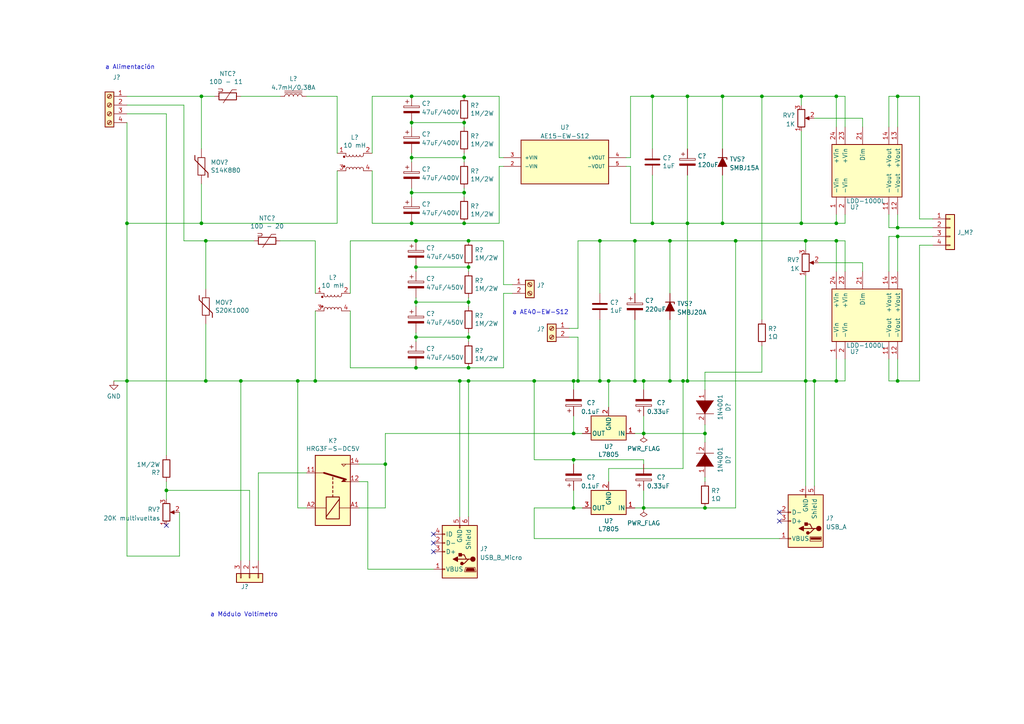
<source format=kicad_sch>
(kicad_sch (version 20211123) (generator eeschema)

  (uuid 1c00f960-c1e2-4cc5-b69c-7b87a853ce9d)

  (paper "A4")

  (title_block
    (title "Barra de Cortocircuito para 3er Riel")
    (date "2022-07-11")
    (rev "2.2")
  )

  (lib_symbols
    (symbol "AE15-EW-S12:AE15-EW-S12" (pin_names (offset 1.016)) (in_bom yes) (on_board yes)
      (property "Reference" "U" (id 0) (at -12.7 5.715 0)
        (effects (font (size 1.27 1.27)) (justify left bottom))
      )
      (property "Value" "AE15-EW-S12" (id 1) (at -12.7 -10.795 0)
        (effects (font (size 1.27 1.27)) (justify left bottom))
      )
      (property "Footprint" "CONV_AE15-EW-S12" (id 2) (at 0 0 0)
        (effects (font (size 1.27 1.27)) (justify left bottom) hide)
      )
      (property "Datasheet" "" (id 3) (at 0 0 0)
        (effects (font (size 1.27 1.27)) (justify left bottom) hide)
      )
      (property "PARTREV" "1.0" (id 4) (at 0 0 0)
        (effects (font (size 1.27 1.27)) (justify left bottom) hide)
      )
      (property "STANDARD" "MANUFACTURER RECOMMENDATIONS" (id 5) (at 0 0 0)
        (effects (font (size 1.27 1.27)) (justify left bottom) hide)
      )
      (property "MANUFACTURER" "CUI INC" (id 6) (at 0 0 0)
        (effects (font (size 1.27 1.27)) (justify left bottom) hide)
      )
      (property "ki_locked" "" (id 7) (at 0 0 0)
        (effects (font (size 1.27 1.27)))
      )
      (symbol "AE15-EW-S12_0_0"
        (rectangle (start -12.7 -7.62) (end 12.7 5.08)
          (stroke (width 0.254) (type default) (color 0 0 0 0))
          (fill (type background))
        )
        (pin input line (at -17.78 -2.54 0) (length 5.08)
          (name "-VIN" (effects (font (size 1.016 1.016))))
          (number "2" (effects (font (size 1.016 1.016))))
        )
        (pin input line (at -17.78 0 0) (length 5.08)
          (name "+VIN" (effects (font (size 1.016 1.016))))
          (number "3" (effects (font (size 1.016 1.016))))
        )
        (pin output line (at 17.78 0 180) (length 5.08)
          (name "+VOUT" (effects (font (size 1.016 1.016))))
          (number "4" (effects (font (size 1.016 1.016))))
        )
        (pin output line (at 17.78 -2.54 180) (length 5.08)
          (name "-VOUT" (effects (font (size 1.016 1.016))))
          (number "5" (effects (font (size 1.016 1.016))))
        )
      )
    )
    (symbol "BarraCorto:LDD-1000L" (pin_names (offset 1.016)) (in_bom yes) (on_board yes)
      (property "Reference" "U" (id 0) (at -7.62 11.43 0)
        (effects (font (size 1.27 1.27)))
      )
      (property "Value" "LDD-1000L" (id 1) (at -7.62 -11.43 0)
        (effects (font (size 1.27 1.27)))
      )
      (property "Footprint" "" (id 2) (at 0 0 0)
        (effects (font (size 1.27 1.27)) hide)
      )
      (property "Datasheet" "http://www.ti.com/lit/ds/symlink/cd4543b.pdf" (id 3) (at 0 0 0)
        (effects (font (size 1.27 1.27)) hide)
      )
      (property "ki_keywords" "Current regulator" (id 4) (at 0 0 0)
        (effects (font (size 1.27 1.27)) hide)
      )
      (property "ki_description" "Current regulator" (id 5) (at 0 0 0)
        (effects (font (size 1.27 1.27)) hide)
      )
      (property "ki_fp_filters" "DIP*W7.62mm* SOIC*3.9x9.9mm*P1.27mm* TSSOP*4.4x5mm*P0.65mm*" (id 6) (at 0 0 0)
        (effects (font (size 1.27 1.27)) hide)
      )
      (symbol "LDD-1000L_1_0"
        (pin input line (at 12.7 8.89 180) (length 5.08)
          (name "-Vin" (effects (font (size 1.27 1.27))))
          (number "1" (effects (font (size 1.27 1.27))))
        )
        (pin output line (at 12.7 -6.35 180) (length 5.08)
          (name "-Vout" (effects (font (size 1.27 1.27))))
          (number "11" (effects (font (size 1.27 1.27))))
        )
        (pin output line (at -12.7 -8.89 0) (length 5.08)
          (name "+Vout" (effects (font (size 1.27 1.27))))
          (number "13" (effects (font (size 1.27 1.27))))
        )
        (pin output line (at -12.7 -6.35 0) (length 5.08)
          (name "+Vout" (effects (font (size 1.27 1.27))))
          (number "14" (effects (font (size 1.27 1.27))))
        )
        (pin input line (at 12.7 6.35 180) (length 5.08)
          (name "-Vin" (effects (font (size 1.27 1.27))))
          (number "2" (effects (font (size 1.27 1.27))))
        )
        (pin input line (at -12.7 1.27 0) (length 5.08)
          (name "Dim" (effects (font (size 1.27 1.27))))
          (number "21" (effects (font (size 1.27 1.27))))
        )
        (pin input line (at -12.7 6.35 0) (length 5.08)
          (name "+Vin" (effects (font (size 1.27 1.27))))
          (number "23" (effects (font (size 1.27 1.27))))
        )
        (pin input line (at -12.7 8.89 0) (length 5.08)
          (name "+Vin" (effects (font (size 1.27 1.27))))
          (number "24" (effects (font (size 1.27 1.27))))
        )
      )
      (symbol "LDD-1000L_1_1"
        (rectangle (start -7.62 10.16) (end 7.62 -10.16)
          (stroke (width 0.254) (type default) (color 0 0 0 0))
          (fill (type background))
        )
        (pin output line (at 12.7 -8.89 180) (length 5.08)
          (name "-Vout" (effects (font (size 1.27 1.27))))
          (number "12" (effects (font (size 1.27 1.27))))
        )
      )
    )
    (symbol "Connector:Screw_Terminal_01x02" (pin_names (offset 1.016) hide) (in_bom yes) (on_board yes)
      (property "Reference" "J" (id 0) (at 0 2.54 0)
        (effects (font (size 1.27 1.27)))
      )
      (property "Value" "Screw_Terminal_01x02" (id 1) (at 0 -5.08 0)
        (effects (font (size 1.27 1.27)))
      )
      (property "Footprint" "" (id 2) (at 0 0 0)
        (effects (font (size 1.27 1.27)) hide)
      )
      (property "Datasheet" "~" (id 3) (at 0 0 0)
        (effects (font (size 1.27 1.27)) hide)
      )
      (property "ki_keywords" "screw terminal" (id 4) (at 0 0 0)
        (effects (font (size 1.27 1.27)) hide)
      )
      (property "ki_description" "Generic screw terminal, single row, 01x02, script generated (kicad-library-utils/schlib/autogen/connector/)" (id 5) (at 0 0 0)
        (effects (font (size 1.27 1.27)) hide)
      )
      (property "ki_fp_filters" "TerminalBlock*:*" (id 6) (at 0 0 0)
        (effects (font (size 1.27 1.27)) hide)
      )
      (symbol "Screw_Terminal_01x02_1_1"
        (rectangle (start -1.27 1.27) (end 1.27 -3.81)
          (stroke (width 0.254) (type default) (color 0 0 0 0))
          (fill (type background))
        )
        (circle (center 0 -2.54) (radius 0.635)
          (stroke (width 0.1524) (type default) (color 0 0 0 0))
          (fill (type none))
        )
        (polyline
          (pts
            (xy -0.5334 -2.2098)
            (xy 0.3302 -3.048)
          )
          (stroke (width 0.1524) (type default) (color 0 0 0 0))
          (fill (type none))
        )
        (polyline
          (pts
            (xy -0.5334 0.3302)
            (xy 0.3302 -0.508)
          )
          (stroke (width 0.1524) (type default) (color 0 0 0 0))
          (fill (type none))
        )
        (polyline
          (pts
            (xy -0.3556 -2.032)
            (xy 0.508 -2.8702)
          )
          (stroke (width 0.1524) (type default) (color 0 0 0 0))
          (fill (type none))
        )
        (polyline
          (pts
            (xy -0.3556 0.508)
            (xy 0.508 -0.3302)
          )
          (stroke (width 0.1524) (type default) (color 0 0 0 0))
          (fill (type none))
        )
        (circle (center 0 0) (radius 0.635)
          (stroke (width 0.1524) (type default) (color 0 0 0 0))
          (fill (type none))
        )
        (pin passive line (at -5.08 0 0) (length 3.81)
          (name "Pin_1" (effects (font (size 1.27 1.27))))
          (number "1" (effects (font (size 1.27 1.27))))
        )
        (pin passive line (at -5.08 -2.54 0) (length 3.81)
          (name "Pin_2" (effects (font (size 1.27 1.27))))
          (number "2" (effects (font (size 1.27 1.27))))
        )
      )
    )
    (symbol "Connector:Screw_Terminal_01x04" (pin_names (offset 1.016) hide) (in_bom yes) (on_board yes)
      (property "Reference" "J" (id 0) (at 0 5.08 0)
        (effects (font (size 1.27 1.27)))
      )
      (property "Value" "Screw_Terminal_01x04" (id 1) (at 0 -7.62 0)
        (effects (font (size 1.27 1.27)))
      )
      (property "Footprint" "" (id 2) (at 0 0 0)
        (effects (font (size 1.27 1.27)) hide)
      )
      (property "Datasheet" "~" (id 3) (at 0 0 0)
        (effects (font (size 1.27 1.27)) hide)
      )
      (property "ki_keywords" "screw terminal" (id 4) (at 0 0 0)
        (effects (font (size 1.27 1.27)) hide)
      )
      (property "ki_description" "Generic screw terminal, single row, 01x04, script generated (kicad-library-utils/schlib/autogen/connector/)" (id 5) (at 0 0 0)
        (effects (font (size 1.27 1.27)) hide)
      )
      (property "ki_fp_filters" "TerminalBlock*:*" (id 6) (at 0 0 0)
        (effects (font (size 1.27 1.27)) hide)
      )
      (symbol "Screw_Terminal_01x04_1_1"
        (rectangle (start -1.27 3.81) (end 1.27 -6.35)
          (stroke (width 0.254) (type default) (color 0 0 0 0))
          (fill (type background))
        )
        (circle (center 0 -5.08) (radius 0.635)
          (stroke (width 0.1524) (type default) (color 0 0 0 0))
          (fill (type none))
        )
        (circle (center 0 -2.54) (radius 0.635)
          (stroke (width 0.1524) (type default) (color 0 0 0 0))
          (fill (type none))
        )
        (polyline
          (pts
            (xy -0.5334 -4.7498)
            (xy 0.3302 -5.588)
          )
          (stroke (width 0.1524) (type default) (color 0 0 0 0))
          (fill (type none))
        )
        (polyline
          (pts
            (xy -0.5334 -2.2098)
            (xy 0.3302 -3.048)
          )
          (stroke (width 0.1524) (type default) (color 0 0 0 0))
          (fill (type none))
        )
        (polyline
          (pts
            (xy -0.5334 0.3302)
            (xy 0.3302 -0.508)
          )
          (stroke (width 0.1524) (type default) (color 0 0 0 0))
          (fill (type none))
        )
        (polyline
          (pts
            (xy -0.5334 2.8702)
            (xy 0.3302 2.032)
          )
          (stroke (width 0.1524) (type default) (color 0 0 0 0))
          (fill (type none))
        )
        (polyline
          (pts
            (xy -0.3556 -4.572)
            (xy 0.508 -5.4102)
          )
          (stroke (width 0.1524) (type default) (color 0 0 0 0))
          (fill (type none))
        )
        (polyline
          (pts
            (xy -0.3556 -2.032)
            (xy 0.508 -2.8702)
          )
          (stroke (width 0.1524) (type default) (color 0 0 0 0))
          (fill (type none))
        )
        (polyline
          (pts
            (xy -0.3556 0.508)
            (xy 0.508 -0.3302)
          )
          (stroke (width 0.1524) (type default) (color 0 0 0 0))
          (fill (type none))
        )
        (polyline
          (pts
            (xy -0.3556 3.048)
            (xy 0.508 2.2098)
          )
          (stroke (width 0.1524) (type default) (color 0 0 0 0))
          (fill (type none))
        )
        (circle (center 0 0) (radius 0.635)
          (stroke (width 0.1524) (type default) (color 0 0 0 0))
          (fill (type none))
        )
        (circle (center 0 2.54) (radius 0.635)
          (stroke (width 0.1524) (type default) (color 0 0 0 0))
          (fill (type none))
        )
        (pin passive line (at -5.08 2.54 0) (length 3.81)
          (name "Pin_1" (effects (font (size 1.27 1.27))))
          (number "1" (effects (font (size 1.27 1.27))))
        )
        (pin passive line (at -5.08 0 0) (length 3.81)
          (name "Pin_2" (effects (font (size 1.27 1.27))))
          (number "2" (effects (font (size 1.27 1.27))))
        )
        (pin passive line (at -5.08 -2.54 0) (length 3.81)
          (name "Pin_3" (effects (font (size 1.27 1.27))))
          (number "3" (effects (font (size 1.27 1.27))))
        )
        (pin passive line (at -5.08 -5.08 0) (length 3.81)
          (name "Pin_4" (effects (font (size 1.27 1.27))))
          (number "4" (effects (font (size 1.27 1.27))))
        )
      )
    )
    (symbol "Connector:USB_A" (pin_names (offset 1.016)) (in_bom yes) (on_board yes)
      (property "Reference" "J" (id 0) (at -5.08 11.43 0)
        (effects (font (size 1.27 1.27)) (justify left))
      )
      (property "Value" "USB_A" (id 1) (at -5.08 8.89 0)
        (effects (font (size 1.27 1.27)) (justify left))
      )
      (property "Footprint" "" (id 2) (at 3.81 -1.27 0)
        (effects (font (size 1.27 1.27)) hide)
      )
      (property "Datasheet" " ~" (id 3) (at 3.81 -1.27 0)
        (effects (font (size 1.27 1.27)) hide)
      )
      (property "ki_keywords" "connector USB" (id 4) (at 0 0 0)
        (effects (font (size 1.27 1.27)) hide)
      )
      (property "ki_description" "USB Type A connector" (id 5) (at 0 0 0)
        (effects (font (size 1.27 1.27)) hide)
      )
      (property "ki_fp_filters" "USB*" (id 6) (at 0 0 0)
        (effects (font (size 1.27 1.27)) hide)
      )
      (symbol "USB_A_0_1"
        (rectangle (start -5.08 -7.62) (end 5.08 7.62)
          (stroke (width 0.254) (type default) (color 0 0 0 0))
          (fill (type background))
        )
        (circle (center -3.81 2.159) (radius 0.635)
          (stroke (width 0.254) (type default) (color 0 0 0 0))
          (fill (type outline))
        )
        (rectangle (start -1.524 4.826) (end -4.318 5.334)
          (stroke (width 0) (type default) (color 0 0 0 0))
          (fill (type outline))
        )
        (rectangle (start -1.27 4.572) (end -4.572 5.842)
          (stroke (width 0) (type default) (color 0 0 0 0))
          (fill (type none))
        )
        (circle (center -0.635 3.429) (radius 0.381)
          (stroke (width 0.254) (type default) (color 0 0 0 0))
          (fill (type outline))
        )
        (rectangle (start -0.127 -7.62) (end 0.127 -6.858)
          (stroke (width 0) (type default) (color 0 0 0 0))
          (fill (type none))
        )
        (polyline
          (pts
            (xy -3.175 2.159)
            (xy -2.54 2.159)
            (xy -1.27 3.429)
            (xy -0.635 3.429)
          )
          (stroke (width 0.254) (type default) (color 0 0 0 0))
          (fill (type none))
        )
        (polyline
          (pts
            (xy -2.54 2.159)
            (xy -1.905 2.159)
            (xy -1.27 0.889)
            (xy 0 0.889)
          )
          (stroke (width 0.254) (type default) (color 0 0 0 0))
          (fill (type none))
        )
        (polyline
          (pts
            (xy 0.635 2.794)
            (xy 0.635 1.524)
            (xy 1.905 2.159)
            (xy 0.635 2.794)
          )
          (stroke (width 0.254) (type default) (color 0 0 0 0))
          (fill (type outline))
        )
        (rectangle (start 0.254 1.27) (end -0.508 0.508)
          (stroke (width 0.254) (type default) (color 0 0 0 0))
          (fill (type outline))
        )
        (rectangle (start 5.08 -2.667) (end 4.318 -2.413)
          (stroke (width 0) (type default) (color 0 0 0 0))
          (fill (type none))
        )
        (rectangle (start 5.08 -0.127) (end 4.318 0.127)
          (stroke (width 0) (type default) (color 0 0 0 0))
          (fill (type none))
        )
        (rectangle (start 5.08 4.953) (end 4.318 5.207)
          (stroke (width 0) (type default) (color 0 0 0 0))
          (fill (type none))
        )
      )
      (symbol "USB_A_1_1"
        (polyline
          (pts
            (xy -1.905 2.159)
            (xy 0.635 2.159)
          )
          (stroke (width 0.254) (type default) (color 0 0 0 0))
          (fill (type none))
        )
        (pin power_in line (at 7.62 5.08 180) (length 2.54)
          (name "VBUS" (effects (font (size 1.27 1.27))))
          (number "1" (effects (font (size 1.27 1.27))))
        )
        (pin bidirectional line (at 7.62 -2.54 180) (length 2.54)
          (name "D-" (effects (font (size 1.27 1.27))))
          (number "2" (effects (font (size 1.27 1.27))))
        )
        (pin bidirectional line (at 7.62 0 180) (length 2.54)
          (name "D+" (effects (font (size 1.27 1.27))))
          (number "3" (effects (font (size 1.27 1.27))))
        )
        (pin power_in line (at 0 -10.16 90) (length 2.54)
          (name "GND" (effects (font (size 1.27 1.27))))
          (number "4" (effects (font (size 1.27 1.27))))
        )
        (pin passive line (at -2.54 -10.16 90) (length 2.54)
          (name "Shield" (effects (font (size 1.27 1.27))))
          (number "5" (effects (font (size 1.27 1.27))))
        )
      )
    )
    (symbol "Connector:USB_B_Micro" (pin_names (offset 1.016)) (in_bom yes) (on_board yes)
      (property "Reference" "J" (id 0) (at -5.08 11.43 0)
        (effects (font (size 1.27 1.27)) (justify left))
      )
      (property "Value" "USB_B_Micro" (id 1) (at -5.08 8.89 0)
        (effects (font (size 1.27 1.27)) (justify left))
      )
      (property "Footprint" "" (id 2) (at 3.81 -1.27 0)
        (effects (font (size 1.27 1.27)) hide)
      )
      (property "Datasheet" "~" (id 3) (at 3.81 -1.27 0)
        (effects (font (size 1.27 1.27)) hide)
      )
      (property "ki_keywords" "connector USB micro" (id 4) (at 0 0 0)
        (effects (font (size 1.27 1.27)) hide)
      )
      (property "ki_description" "USB Micro Type B connector" (id 5) (at 0 0 0)
        (effects (font (size 1.27 1.27)) hide)
      )
      (property "ki_fp_filters" "USB*" (id 6) (at 0 0 0)
        (effects (font (size 1.27 1.27)) hide)
      )
      (symbol "USB_B_Micro_0_1"
        (rectangle (start -5.08 -7.62) (end 5.08 7.62)
          (stroke (width 0.254) (type default) (color 0 0 0 0))
          (fill (type background))
        )
        (circle (center -3.81 2.159) (radius 0.635)
          (stroke (width 0.254) (type default) (color 0 0 0 0))
          (fill (type outline))
        )
        (circle (center -0.635 3.429) (radius 0.381)
          (stroke (width 0.254) (type default) (color 0 0 0 0))
          (fill (type outline))
        )
        (rectangle (start -0.127 -7.62) (end 0.127 -6.858)
          (stroke (width 0) (type default) (color 0 0 0 0))
          (fill (type none))
        )
        (polyline
          (pts
            (xy -1.905 2.159)
            (xy 0.635 2.159)
          )
          (stroke (width 0.254) (type default) (color 0 0 0 0))
          (fill (type none))
        )
        (polyline
          (pts
            (xy -3.175 2.159)
            (xy -2.54 2.159)
            (xy -1.27 3.429)
            (xy -0.635 3.429)
          )
          (stroke (width 0.254) (type default) (color 0 0 0 0))
          (fill (type none))
        )
        (polyline
          (pts
            (xy -2.54 2.159)
            (xy -1.905 2.159)
            (xy -1.27 0.889)
            (xy 0 0.889)
          )
          (stroke (width 0.254) (type default) (color 0 0 0 0))
          (fill (type none))
        )
        (polyline
          (pts
            (xy 0.635 2.794)
            (xy 0.635 1.524)
            (xy 1.905 2.159)
            (xy 0.635 2.794)
          )
          (stroke (width 0.254) (type default) (color 0 0 0 0))
          (fill (type outline))
        )
        (polyline
          (pts
            (xy -4.318 5.588)
            (xy -1.778 5.588)
            (xy -2.032 4.826)
            (xy -4.064 4.826)
            (xy -4.318 5.588)
          )
          (stroke (width 0) (type default) (color 0 0 0 0))
          (fill (type outline))
        )
        (polyline
          (pts
            (xy -4.699 5.842)
            (xy -4.699 5.588)
            (xy -4.445 4.826)
            (xy -4.445 4.572)
            (xy -1.651 4.572)
            (xy -1.651 4.826)
            (xy -1.397 5.588)
            (xy -1.397 5.842)
            (xy -4.699 5.842)
          )
          (stroke (width 0) (type default) (color 0 0 0 0))
          (fill (type none))
        )
        (rectangle (start 0.254 1.27) (end -0.508 0.508)
          (stroke (width 0.254) (type default) (color 0 0 0 0))
          (fill (type outline))
        )
        (rectangle (start 5.08 -5.207) (end 4.318 -4.953)
          (stroke (width 0) (type default) (color 0 0 0 0))
          (fill (type none))
        )
        (rectangle (start 5.08 -2.667) (end 4.318 -2.413)
          (stroke (width 0) (type default) (color 0 0 0 0))
          (fill (type none))
        )
        (rectangle (start 5.08 -0.127) (end 4.318 0.127)
          (stroke (width 0) (type default) (color 0 0 0 0))
          (fill (type none))
        )
        (rectangle (start 5.08 4.953) (end 4.318 5.207)
          (stroke (width 0) (type default) (color 0 0 0 0))
          (fill (type none))
        )
      )
      (symbol "USB_B_Micro_1_1"
        (pin power_out line (at 7.62 5.08 180) (length 2.54)
          (name "VBUS" (effects (font (size 1.27 1.27))))
          (number "1" (effects (font (size 1.27 1.27))))
        )
        (pin bidirectional line (at 7.62 -2.54 180) (length 2.54)
          (name "D-" (effects (font (size 1.27 1.27))))
          (number "2" (effects (font (size 1.27 1.27))))
        )
        (pin bidirectional line (at 7.62 0 180) (length 2.54)
          (name "D+" (effects (font (size 1.27 1.27))))
          (number "3" (effects (font (size 1.27 1.27))))
        )
        (pin passive line (at 7.62 -5.08 180) (length 2.54)
          (name "ID" (effects (font (size 1.27 1.27))))
          (number "4" (effects (font (size 1.27 1.27))))
        )
        (pin power_out line (at 0 -10.16 90) (length 2.54)
          (name "GND" (effects (font (size 1.27 1.27))))
          (number "5" (effects (font (size 1.27 1.27))))
        )
        (pin passive line (at -2.54 -10.16 90) (length 2.54)
          (name "Shield" (effects (font (size 1.27 1.27))))
          (number "6" (effects (font (size 1.27 1.27))))
        )
      )
    )
    (symbol "Connector_Generic:Conn_01x03" (pin_names (offset 1.016) hide) (in_bom yes) (on_board yes)
      (property "Reference" "J" (id 0) (at 0 5.08 0)
        (effects (font (size 1.27 1.27)))
      )
      (property "Value" "Conn_01x03" (id 1) (at 0 -5.08 0)
        (effects (font (size 1.27 1.27)))
      )
      (property "Footprint" "" (id 2) (at 0 0 0)
        (effects (font (size 1.27 1.27)) hide)
      )
      (property "Datasheet" "~" (id 3) (at 0 0 0)
        (effects (font (size 1.27 1.27)) hide)
      )
      (property "ki_keywords" "connector" (id 4) (at 0 0 0)
        (effects (font (size 1.27 1.27)) hide)
      )
      (property "ki_description" "Generic connector, single row, 01x03, script generated (kicad-library-utils/schlib/autogen/connector/)" (id 5) (at 0 0 0)
        (effects (font (size 1.27 1.27)) hide)
      )
      (property "ki_fp_filters" "Connector*:*_1x??_*" (id 6) (at 0 0 0)
        (effects (font (size 1.27 1.27)) hide)
      )
      (symbol "Conn_01x03_1_1"
        (rectangle (start -1.27 -2.413) (end 0 -2.667)
          (stroke (width 0.1524) (type default) (color 0 0 0 0))
          (fill (type none))
        )
        (rectangle (start -1.27 0.127) (end 0 -0.127)
          (stroke (width 0.1524) (type default) (color 0 0 0 0))
          (fill (type none))
        )
        (rectangle (start -1.27 2.667) (end 0 2.413)
          (stroke (width 0.1524) (type default) (color 0 0 0 0))
          (fill (type none))
        )
        (rectangle (start -1.27 3.81) (end 1.27 -3.81)
          (stroke (width 0.254) (type default) (color 0 0 0 0))
          (fill (type background))
        )
        (pin passive line (at -5.08 2.54 0) (length 3.81)
          (name "Pin_1" (effects (font (size 1.27 1.27))))
          (number "1" (effects (font (size 1.27 1.27))))
        )
        (pin passive line (at -5.08 0 0) (length 3.81)
          (name "Pin_2" (effects (font (size 1.27 1.27))))
          (number "2" (effects (font (size 1.27 1.27))))
        )
        (pin passive line (at -5.08 -2.54 0) (length 3.81)
          (name "Pin_3" (effects (font (size 1.27 1.27))))
          (number "3" (effects (font (size 1.27 1.27))))
        )
      )
    )
    (symbol "Connector_Generic:Conn_01x04" (pin_names (offset 1.016) hide) (in_bom yes) (on_board yes)
      (property "Reference" "J" (id 0) (at 0 5.08 0)
        (effects (font (size 1.27 1.27)))
      )
      (property "Value" "Conn_01x04" (id 1) (at 0 -7.62 0)
        (effects (font (size 1.27 1.27)))
      )
      (property "Footprint" "" (id 2) (at 0 0 0)
        (effects (font (size 1.27 1.27)) hide)
      )
      (property "Datasheet" "~" (id 3) (at 0 0 0)
        (effects (font (size 1.27 1.27)) hide)
      )
      (property "ki_keywords" "connector" (id 4) (at 0 0 0)
        (effects (font (size 1.27 1.27)) hide)
      )
      (property "ki_description" "Generic connector, single row, 01x04, script generated (kicad-library-utils/schlib/autogen/connector/)" (id 5) (at 0 0 0)
        (effects (font (size 1.27 1.27)) hide)
      )
      (property "ki_fp_filters" "Connector*:*_1x??_*" (id 6) (at 0 0 0)
        (effects (font (size 1.27 1.27)) hide)
      )
      (symbol "Conn_01x04_1_1"
        (rectangle (start -1.27 -4.953) (end 0 -5.207)
          (stroke (width 0.1524) (type default) (color 0 0 0 0))
          (fill (type none))
        )
        (rectangle (start -1.27 -2.413) (end 0 -2.667)
          (stroke (width 0.1524) (type default) (color 0 0 0 0))
          (fill (type none))
        )
        (rectangle (start -1.27 0.127) (end 0 -0.127)
          (stroke (width 0.1524) (type default) (color 0 0 0 0))
          (fill (type none))
        )
        (rectangle (start -1.27 2.667) (end 0 2.413)
          (stroke (width 0.1524) (type default) (color 0 0 0 0))
          (fill (type none))
        )
        (rectangle (start -1.27 3.81) (end 1.27 -6.35)
          (stroke (width 0.254) (type default) (color 0 0 0 0))
          (fill (type background))
        )
        (pin passive line (at -5.08 2.54 0) (length 3.81)
          (name "Pin_1" (effects (font (size 1.27 1.27))))
          (number "1" (effects (font (size 1.27 1.27))))
        )
        (pin passive line (at -5.08 0 0) (length 3.81)
          (name "Pin_2" (effects (font (size 1.27 1.27))))
          (number "2" (effects (font (size 1.27 1.27))))
        )
        (pin passive line (at -5.08 -2.54 0) (length 3.81)
          (name "Pin_3" (effects (font (size 1.27 1.27))))
          (number "3" (effects (font (size 1.27 1.27))))
        )
        (pin passive line (at -5.08 -5.08 0) (length 3.81)
          (name "Pin_4" (effects (font (size 1.27 1.27))))
          (number "4" (effects (font (size 1.27 1.27))))
        )
      )
    )
    (symbol "Device:C" (pin_numbers hide) (pin_names (offset 0.254)) (in_bom yes) (on_board yes)
      (property "Reference" "C" (id 0) (at 0.635 2.54 0)
        (effects (font (size 1.27 1.27)) (justify left))
      )
      (property "Value" "C" (id 1) (at 0.635 -2.54 0)
        (effects (font (size 1.27 1.27)) (justify left))
      )
      (property "Footprint" "" (id 2) (at 0.9652 -3.81 0)
        (effects (font (size 1.27 1.27)) hide)
      )
      (property "Datasheet" "~" (id 3) (at 0 0 0)
        (effects (font (size 1.27 1.27)) hide)
      )
      (property "ki_keywords" "cap capacitor" (id 4) (at 0 0 0)
        (effects (font (size 1.27 1.27)) hide)
      )
      (property "ki_description" "Unpolarized capacitor" (id 5) (at 0 0 0)
        (effects (font (size 1.27 1.27)) hide)
      )
      (property "ki_fp_filters" "C_*" (id 6) (at 0 0 0)
        (effects (font (size 1.27 1.27)) hide)
      )
      (symbol "C_0_1"
        (polyline
          (pts
            (xy -2.032 -0.762)
            (xy 2.032 -0.762)
          )
          (stroke (width 0.508) (type default) (color 0 0 0 0))
          (fill (type none))
        )
        (polyline
          (pts
            (xy -2.032 0.762)
            (xy 2.032 0.762)
          )
          (stroke (width 0.508) (type default) (color 0 0 0 0))
          (fill (type none))
        )
      )
      (symbol "C_1_1"
        (pin passive line (at 0 3.81 270) (length 2.794)
          (name "~" (effects (font (size 1.27 1.27))))
          (number "1" (effects (font (size 1.27 1.27))))
        )
        (pin passive line (at 0 -3.81 90) (length 2.794)
          (name "~" (effects (font (size 1.27 1.27))))
          (number "2" (effects (font (size 1.27 1.27))))
        )
      )
    )
    (symbol "Device:C_Polarized" (pin_numbers hide) (pin_names (offset 0.254)) (in_bom yes) (on_board yes)
      (property "Reference" "C" (id 0) (at 0.635 2.54 0)
        (effects (font (size 1.27 1.27)) (justify left))
      )
      (property "Value" "C_Polarized" (id 1) (at 0.635 -2.54 0)
        (effects (font (size 1.27 1.27)) (justify left))
      )
      (property "Footprint" "" (id 2) (at 0.9652 -3.81 0)
        (effects (font (size 1.27 1.27)) hide)
      )
      (property "Datasheet" "~" (id 3) (at 0 0 0)
        (effects (font (size 1.27 1.27)) hide)
      )
      (property "ki_keywords" "cap capacitor" (id 4) (at 0 0 0)
        (effects (font (size 1.27 1.27)) hide)
      )
      (property "ki_description" "Polarized capacitor" (id 5) (at 0 0 0)
        (effects (font (size 1.27 1.27)) hide)
      )
      (property "ki_fp_filters" "CP_*" (id 6) (at 0 0 0)
        (effects (font (size 1.27 1.27)) hide)
      )
      (symbol "C_Polarized_0_1"
        (rectangle (start -2.286 0.508) (end 2.286 1.016)
          (stroke (width 0) (type default) (color 0 0 0 0))
          (fill (type none))
        )
        (polyline
          (pts
            (xy -1.778 2.286)
            (xy -0.762 2.286)
          )
          (stroke (width 0) (type default) (color 0 0 0 0))
          (fill (type none))
        )
        (polyline
          (pts
            (xy -1.27 2.794)
            (xy -1.27 1.778)
          )
          (stroke (width 0) (type default) (color 0 0 0 0))
          (fill (type none))
        )
        (rectangle (start 2.286 -0.508) (end -2.286 -1.016)
          (stroke (width 0) (type default) (color 0 0 0 0))
          (fill (type outline))
        )
      )
      (symbol "C_Polarized_1_1"
        (pin passive line (at 0 3.81 270) (length 2.794)
          (name "~" (effects (font (size 1.27 1.27))))
          (number "1" (effects (font (size 1.27 1.27))))
        )
        (pin passive line (at 0 -3.81 90) (length 2.794)
          (name "~" (effects (font (size 1.27 1.27))))
          (number "2" (effects (font (size 1.27 1.27))))
        )
      )
    )
    (symbol "Device:D_Zener_Filled" (pin_numbers hide) (pin_names (offset 1.016) hide) (in_bom yes) (on_board yes)
      (property "Reference" "D" (id 0) (at 0 2.54 0)
        (effects (font (size 1.27 1.27)))
      )
      (property "Value" "D_Zener_Filled" (id 1) (at 0 -2.54 0)
        (effects (font (size 1.27 1.27)))
      )
      (property "Footprint" "" (id 2) (at 0 0 0)
        (effects (font (size 1.27 1.27)) hide)
      )
      (property "Datasheet" "~" (id 3) (at 0 0 0)
        (effects (font (size 1.27 1.27)) hide)
      )
      (property "ki_keywords" "diode" (id 4) (at 0 0 0)
        (effects (font (size 1.27 1.27)) hide)
      )
      (property "ki_description" "Zener diode, filled shape" (id 5) (at 0 0 0)
        (effects (font (size 1.27 1.27)) hide)
      )
      (property "ki_fp_filters" "TO-???* *_Diode_* *SingleDiode* D_*" (id 6) (at 0 0 0)
        (effects (font (size 1.27 1.27)) hide)
      )
      (symbol "D_Zener_Filled_0_1"
        (polyline
          (pts
            (xy 1.27 0)
            (xy -1.27 0)
          )
          (stroke (width 0) (type default) (color 0 0 0 0))
          (fill (type none))
        )
        (polyline
          (pts
            (xy -1.27 -1.27)
            (xy -1.27 1.27)
            (xy -0.762 1.27)
          )
          (stroke (width 0.254) (type default) (color 0 0 0 0))
          (fill (type none))
        )
        (polyline
          (pts
            (xy 1.27 -1.27)
            (xy 1.27 1.27)
            (xy -1.27 0)
            (xy 1.27 -1.27)
          )
          (stroke (width 0.254) (type default) (color 0 0 0 0))
          (fill (type outline))
        )
      )
      (symbol "D_Zener_Filled_1_1"
        (pin passive line (at -3.81 0 0) (length 2.54)
          (name "K" (effects (font (size 1.27 1.27))))
          (number "1" (effects (font (size 1.27 1.27))))
        )
        (pin passive line (at 3.81 0 180) (length 2.54)
          (name "A" (effects (font (size 1.27 1.27))))
          (number "2" (effects (font (size 1.27 1.27))))
        )
      )
    )
    (symbol "Device:L_Coupled" (pin_names (offset 0.254) hide) (in_bom yes) (on_board yes)
      (property "Reference" "L" (id 0) (at 0 4.445 0)
        (effects (font (size 1.27 1.27)))
      )
      (property "Value" "L_Coupled" (id 1) (at 0 -4.445 0)
        (effects (font (size 1.27 1.27)))
      )
      (property "Footprint" "" (id 2) (at 0 0 0)
        (effects (font (size 1.27 1.27)) hide)
      )
      (property "Datasheet" "~" (id 3) (at 0 0 0)
        (effects (font (size 1.27 1.27)) hide)
      )
      (property "ki_keywords" "inductor choke coil reactor magnetic coupled" (id 4) (at 0 0 0)
        (effects (font (size 1.27 1.27)) hide)
      )
      (property "ki_description" "Coupled inductor" (id 5) (at 0 0 0)
        (effects (font (size 1.27 1.27)) hide)
      )
      (property "ki_fp_filters" "Choke_* *Coil* Inductor_* L_*" (id 6) (at 0 0 0)
        (effects (font (size 1.27 1.27)) hide)
      )
      (symbol "L_Coupled_0_1"
        (circle (center -3.048 -1.27) (radius 0.254)
          (stroke (width 0) (type default) (color 0 0 0 0))
          (fill (type outline))
        )
        (circle (center -3.048 1.524) (radius 0.254)
          (stroke (width 0) (type default) (color 0 0 0 0))
          (fill (type outline))
        )
        (arc (start -2.54 2.032) (mid -2.032 1.524) (end -1.524 2.032)
          (stroke (width 0) (type default) (color 0 0 0 0))
          (fill (type none))
        )
        (arc (start -1.524 -2.032) (mid -2.032 -1.524) (end -2.54 -2.032)
          (stroke (width 0) (type default) (color 0 0 0 0))
          (fill (type none))
        )
        (arc (start -1.524 2.032) (mid -1.016 1.524) (end -0.508 2.032)
          (stroke (width 0) (type default) (color 0 0 0 0))
          (fill (type none))
        )
        (arc (start -0.508 -2.032) (mid -1.016 -1.524) (end -1.524 -2.032)
          (stroke (width 0) (type default) (color 0 0 0 0))
          (fill (type none))
        )
        (arc (start -0.508 2.032) (mid 0 1.524) (end 0.508 2.032)
          (stroke (width 0) (type default) (color 0 0 0 0))
          (fill (type none))
        )
        (polyline
          (pts
            (xy -2.54 -2.032)
            (xy -2.54 -2.54)
          )
          (stroke (width 0) (type default) (color 0 0 0 0))
          (fill (type none))
        )
        (polyline
          (pts
            (xy -2.54 2.032)
            (xy -2.54 2.54)
          )
          (stroke (width 0) (type default) (color 0 0 0 0))
          (fill (type none))
        )
        (polyline
          (pts
            (xy 2.54 -2.032)
            (xy 2.54 -2.54)
          )
          (stroke (width 0) (type default) (color 0 0 0 0))
          (fill (type none))
        )
        (polyline
          (pts
            (xy 2.54 2.54)
            (xy 2.54 2.032)
          )
          (stroke (width 0) (type default) (color 0 0 0 0))
          (fill (type none))
        )
        (arc (start 0.508 -2.032) (mid 0 -1.524) (end -0.508 -2.032)
          (stroke (width 0) (type default) (color 0 0 0 0))
          (fill (type none))
        )
        (arc (start 0.508 2.032) (mid 1.016 1.524) (end 1.524 2.032)
          (stroke (width 0) (type default) (color 0 0 0 0))
          (fill (type none))
        )
        (arc (start 1.524 -2.032) (mid 1.016 -1.524) (end 0.508 -2.032)
          (stroke (width 0) (type default) (color 0 0 0 0))
          (fill (type none))
        )
        (arc (start 1.524 2.032) (mid 2.032 1.524) (end 2.54 2.032)
          (stroke (width 0) (type default) (color 0 0 0 0))
          (fill (type none))
        )
        (arc (start 2.54 -2.032) (mid 2.032 -1.524) (end 1.524 -2.032)
          (stroke (width 0) (type default) (color 0 0 0 0))
          (fill (type none))
        )
      )
      (symbol "L_Coupled_1_1"
        (pin passive line (at -5.08 2.54 0) (length 2.54)
          (name "1" (effects (font (size 1.27 1.27))))
          (number "1" (effects (font (size 1.27 1.27))))
        )
        (pin passive line (at 5.08 2.54 180) (length 2.54)
          (name "2" (effects (font (size 1.27 1.27))))
          (number "2" (effects (font (size 1.27 1.27))))
        )
        (pin passive line (at -5.08 -2.54 0) (length 2.54)
          (name "3" (effects (font (size 1.27 1.27))))
          (number "3" (effects (font (size 1.27 1.27))))
        )
        (pin passive line (at 5.08 -2.54 180) (length 2.54)
          (name "4" (effects (font (size 1.27 1.27))))
          (number "4" (effects (font (size 1.27 1.27))))
        )
      )
    )
    (symbol "Device:L_Iron" (pin_numbers hide) (pin_names (offset 1.016) hide) (in_bom yes) (on_board yes)
      (property "Reference" "L" (id 0) (at -1.27 0 90)
        (effects (font (size 1.27 1.27)))
      )
      (property "Value" "L_Iron" (id 1) (at 2.794 0 90)
        (effects (font (size 1.27 1.27)))
      )
      (property "Footprint" "" (id 2) (at 0 0 0)
        (effects (font (size 1.27 1.27)) hide)
      )
      (property "Datasheet" "~" (id 3) (at 0 0 0)
        (effects (font (size 1.27 1.27)) hide)
      )
      (property "ki_keywords" "inductor choke coil reactor magnetic" (id 4) (at 0 0 0)
        (effects (font (size 1.27 1.27)) hide)
      )
      (property "ki_description" "Inductor with iron core" (id 5) (at 0 0 0)
        (effects (font (size 1.27 1.27)) hide)
      )
      (property "ki_fp_filters" "Choke_* *Coil* Inductor_* L_*" (id 6) (at 0 0 0)
        (effects (font (size 1.27 1.27)) hide)
      )
      (symbol "L_Iron_0_1"
        (arc (start 0 -2.54) (mid 0.635 -1.905) (end 0 -1.27)
          (stroke (width 0) (type default) (color 0 0 0 0))
          (fill (type none))
        )
        (arc (start 0 -1.27) (mid 0.635 -0.635) (end 0 0)
          (stroke (width 0) (type default) (color 0 0 0 0))
          (fill (type none))
        )
        (polyline
          (pts
            (xy 1.016 2.54)
            (xy 1.016 -2.54)
          )
          (stroke (width 0) (type default) (color 0 0 0 0))
          (fill (type none))
        )
        (polyline
          (pts
            (xy 1.524 -2.54)
            (xy 1.524 2.54)
          )
          (stroke (width 0) (type default) (color 0 0 0 0))
          (fill (type none))
        )
        (arc (start 0 0) (mid 0.635 0.635) (end 0 1.27)
          (stroke (width 0) (type default) (color 0 0 0 0))
          (fill (type none))
        )
        (arc (start 0 1.27) (mid 0.635 1.905) (end 0 2.54)
          (stroke (width 0) (type default) (color 0 0 0 0))
          (fill (type none))
        )
      )
      (symbol "L_Iron_1_1"
        (pin passive line (at 0 3.81 270) (length 1.27)
          (name "1" (effects (font (size 1.27 1.27))))
          (number "1" (effects (font (size 1.27 1.27))))
        )
        (pin passive line (at 0 -3.81 90) (length 1.27)
          (name "2" (effects (font (size 1.27 1.27))))
          (number "2" (effects (font (size 1.27 1.27))))
        )
      )
    )
    (symbol "Device:R" (pin_numbers hide) (pin_names (offset 0)) (in_bom yes) (on_board yes)
      (property "Reference" "R" (id 0) (at 2.032 0 90)
        (effects (font (size 1.27 1.27)))
      )
      (property "Value" "R" (id 1) (at 0 0 90)
        (effects (font (size 1.27 1.27)))
      )
      (property "Footprint" "" (id 2) (at -1.778 0 90)
        (effects (font (size 1.27 1.27)) hide)
      )
      (property "Datasheet" "~" (id 3) (at 0 0 0)
        (effects (font (size 1.27 1.27)) hide)
      )
      (property "ki_keywords" "R res resistor" (id 4) (at 0 0 0)
        (effects (font (size 1.27 1.27)) hide)
      )
      (property "ki_description" "Resistor" (id 5) (at 0 0 0)
        (effects (font (size 1.27 1.27)) hide)
      )
      (property "ki_fp_filters" "R_*" (id 6) (at 0 0 0)
        (effects (font (size 1.27 1.27)) hide)
      )
      (symbol "R_0_1"
        (rectangle (start -1.016 -2.54) (end 1.016 2.54)
          (stroke (width 0.254) (type default) (color 0 0 0 0))
          (fill (type none))
        )
      )
      (symbol "R_1_1"
        (pin passive line (at 0 3.81 270) (length 1.27)
          (name "~" (effects (font (size 1.27 1.27))))
          (number "1" (effects (font (size 1.27 1.27))))
        )
        (pin passive line (at 0 -3.81 90) (length 1.27)
          (name "~" (effects (font (size 1.27 1.27))))
          (number "2" (effects (font (size 1.27 1.27))))
        )
      )
    )
    (symbol "Device:R_Potentiometer" (pin_names (offset 1.016) hide) (in_bom yes) (on_board yes)
      (property "Reference" "RV" (id 0) (at -4.445 0 90)
        (effects (font (size 1.27 1.27)))
      )
      (property "Value" "R_Potentiometer" (id 1) (at -2.54 0 90)
        (effects (font (size 1.27 1.27)))
      )
      (property "Footprint" "" (id 2) (at 0 0 0)
        (effects (font (size 1.27 1.27)) hide)
      )
      (property "Datasheet" "~" (id 3) (at 0 0 0)
        (effects (font (size 1.27 1.27)) hide)
      )
      (property "ki_keywords" "resistor variable" (id 4) (at 0 0 0)
        (effects (font (size 1.27 1.27)) hide)
      )
      (property "ki_description" "Potentiometer" (id 5) (at 0 0 0)
        (effects (font (size 1.27 1.27)) hide)
      )
      (property "ki_fp_filters" "Potentiometer*" (id 6) (at 0 0 0)
        (effects (font (size 1.27 1.27)) hide)
      )
      (symbol "R_Potentiometer_0_1"
        (polyline
          (pts
            (xy 2.54 0)
            (xy 1.524 0)
          )
          (stroke (width 0) (type default) (color 0 0 0 0))
          (fill (type none))
        )
        (polyline
          (pts
            (xy 1.143 0)
            (xy 2.286 0.508)
            (xy 2.286 -0.508)
            (xy 1.143 0)
          )
          (stroke (width 0) (type default) (color 0 0 0 0))
          (fill (type outline))
        )
        (rectangle (start 1.016 2.54) (end -1.016 -2.54)
          (stroke (width 0.254) (type default) (color 0 0 0 0))
          (fill (type none))
        )
      )
      (symbol "R_Potentiometer_1_1"
        (pin passive line (at 0 3.81 270) (length 1.27)
          (name "1" (effects (font (size 1.27 1.27))))
          (number "1" (effects (font (size 1.27 1.27))))
        )
        (pin passive line (at 3.81 0 180) (length 1.27)
          (name "2" (effects (font (size 1.27 1.27))))
          (number "2" (effects (font (size 1.27 1.27))))
        )
        (pin passive line (at 0 -3.81 90) (length 1.27)
          (name "3" (effects (font (size 1.27 1.27))))
          (number "3" (effects (font (size 1.27 1.27))))
        )
      )
    )
    (symbol "Device:Thermistor" (pin_numbers hide) (pin_names (offset 0)) (in_bom yes) (on_board yes)
      (property "Reference" "TH" (id 0) (at 2.54 1.27 90)
        (effects (font (size 1.27 1.27)))
      )
      (property "Value" "Thermistor" (id 1) (at -2.54 0 90)
        (effects (font (size 1.27 1.27)) (justify bottom))
      )
      (property "Footprint" "" (id 2) (at 0 0 0)
        (effects (font (size 1.27 1.27)) hide)
      )
      (property "Datasheet" "~" (id 3) (at 0 0 0)
        (effects (font (size 1.27 1.27)) hide)
      )
      (property "ki_keywords" "R res thermistor" (id 4) (at 0 0 0)
        (effects (font (size 1.27 1.27)) hide)
      )
      (property "ki_description" "Temperature dependent resistor" (id 5) (at 0 0 0)
        (effects (font (size 1.27 1.27)) hide)
      )
      (property "ki_fp_filters" "R_*" (id 6) (at 0 0 0)
        (effects (font (size 1.27 1.27)) hide)
      )
      (symbol "Thermistor_0_1"
        (rectangle (start -1.016 2.54) (end 1.016 -2.54)
          (stroke (width 0.2032) (type default) (color 0 0 0 0))
          (fill (type none))
        )
        (polyline
          (pts
            (xy -1.905 3.175)
            (xy -1.905 1.905)
            (xy 1.905 -1.905)
            (xy 1.905 -3.175)
            (xy 1.905 -3.175)
          )
          (stroke (width 0.254) (type default) (color 0 0 0 0))
          (fill (type none))
        )
      )
      (symbol "Thermistor_1_1"
        (pin passive line (at 0 5.08 270) (length 2.54)
          (name "~" (effects (font (size 1.27 1.27))))
          (number "1" (effects (font (size 1.27 1.27))))
        )
        (pin passive line (at 0 -5.08 90) (length 2.54)
          (name "~" (effects (font (size 1.27 1.27))))
          (number "2" (effects (font (size 1.27 1.27))))
        )
      )
    )
    (symbol "Device:Varistor" (pin_numbers hide) (pin_names (offset 0)) (in_bom yes) (on_board yes)
      (property "Reference" "RV" (id 0) (at 3.175 0 90)
        (effects (font (size 1.27 1.27)))
      )
      (property "Value" "Varistor" (id 1) (at -3.175 0 90)
        (effects (font (size 1.27 1.27)))
      )
      (property "Footprint" "" (id 2) (at -1.778 0 90)
        (effects (font (size 1.27 1.27)) hide)
      )
      (property "Datasheet" "~" (id 3) (at 0 0 0)
        (effects (font (size 1.27 1.27)) hide)
      )
      (property "ki_keywords" "VDR resistance" (id 4) (at 0 0 0)
        (effects (font (size 1.27 1.27)) hide)
      )
      (property "ki_description" "Voltage dependent resistor" (id 5) (at 0 0 0)
        (effects (font (size 1.27 1.27)) hide)
      )
      (property "ki_fp_filters" "RV_* Varistor*" (id 6) (at 0 0 0)
        (effects (font (size 1.27 1.27)) hide)
      )
      (symbol "Varistor_0_0"
        (text "U" (at -1.778 -2.032 0)
          (effects (font (size 1.27 1.27)))
        )
      )
      (symbol "Varistor_0_1"
        (rectangle (start -1.016 -2.54) (end 1.016 2.54)
          (stroke (width 0.254) (type default) (color 0 0 0 0))
          (fill (type none))
        )
        (polyline
          (pts
            (xy -1.905 2.54)
            (xy -1.905 1.27)
            (xy 1.905 -1.27)
          )
          (stroke (width 0) (type default) (color 0 0 0 0))
          (fill (type none))
        )
      )
      (symbol "Varistor_1_1"
        (pin passive line (at 0 3.81 270) (length 1.27)
          (name "~" (effects (font (size 1.27 1.27))))
          (number "1" (effects (font (size 1.27 1.27))))
        )
        (pin passive line (at 0 -3.81 90) (length 1.27)
          (name "~" (effects (font (size 1.27 1.27))))
          (number "2" (effects (font (size 1.27 1.27))))
        )
      )
    )
    (symbol "Regulator_Linear:L7805" (pin_names (offset 0.254)) (in_bom yes) (on_board yes)
      (property "Reference" "U" (id 0) (at -3.81 3.175 0)
        (effects (font (size 1.27 1.27)))
      )
      (property "Value" "L7805" (id 1) (at 0 3.175 0)
        (effects (font (size 1.27 1.27)) (justify left))
      )
      (property "Footprint" "" (id 2) (at 0.635 -3.81 0)
        (effects (font (size 1.27 1.27) italic) (justify left) hide)
      )
      (property "Datasheet" "http://www.st.com/content/ccc/resource/technical/document/datasheet/41/4f/b3/b0/12/d4/47/88/CD00000444.pdf/files/CD00000444.pdf/jcr:content/translations/en.CD00000444.pdf" (id 3) (at 0 -1.27 0)
        (effects (font (size 1.27 1.27)) hide)
      )
      (property "ki_keywords" "Voltage Regulator 1.5A Positive" (id 4) (at 0 0 0)
        (effects (font (size 1.27 1.27)) hide)
      )
      (property "ki_description" "Positive 1.5A 35V Linear Regulator, Fixed Output 5V, TO-220/TO-263/TO-252" (id 5) (at 0 0 0)
        (effects (font (size 1.27 1.27)) hide)
      )
      (property "ki_fp_filters" "TO?252* TO?263* TO?220*" (id 6) (at 0 0 0)
        (effects (font (size 1.27 1.27)) hide)
      )
      (symbol "L7805_0_1"
        (rectangle (start -5.08 1.905) (end 5.08 -5.08)
          (stroke (width 0.254) (type default) (color 0 0 0 0))
          (fill (type background))
        )
      )
      (symbol "L7805_1_1"
        (pin power_in line (at -7.62 0 0) (length 2.54)
          (name "IN" (effects (font (size 1.27 1.27))))
          (number "1" (effects (font (size 1.27 1.27))))
        )
        (pin power_in line (at 0 -7.62 90) (length 2.54)
          (name "GND" (effects (font (size 1.27 1.27))))
          (number "2" (effects (font (size 1.27 1.27))))
        )
        (pin power_out line (at 7.62 0 180) (length 2.54)
          (name "OUT" (effects (font (size 1.27 1.27))))
          (number "3" (effects (font (size 1.27 1.27))))
        )
      )
    )
    (symbol "Relay:FINDER-40.11" (in_bom yes) (on_board yes)
      (property "Reference" "K" (id 0) (at 11.43 3.81 0)
        (effects (font (size 1.27 1.27)) (justify left))
      )
      (property "Value" "FINDER-40.11" (id 1) (at 11.43 1.27 0)
        (effects (font (size 1.27 1.27)) (justify left))
      )
      (property "Footprint" "Relay_THT:Relay_SPDT_Finder_40.11" (id 2) (at 28.956 -1.016 0)
        (effects (font (size 1.27 1.27)) hide)
      )
      (property "Datasheet" "https://www.finder-relais.net/de/finder-relais-serie-40.pdf" (id 3) (at 0 0 0)
        (effects (font (size 1.27 1.27)) hide)
      )
      (property "ki_keywords" "Single Pole Relay SPDT Finder" (id 4) (at 0 0 0)
        (effects (font (size 1.27 1.27)) hide)
      )
      (property "ki_description" "PCB SPDT relay, 10A" (id 5) (at 0 0 0)
        (effects (font (size 1.27 1.27)) hide)
      )
      (property "ki_fp_filters" "Relay*SPDT*Finder*40.11*" (id 6) (at 0 0 0)
        (effects (font (size 1.27 1.27)) hide)
      )
      (symbol "FINDER-40.11_0_0"
        (polyline
          (pts
            (xy 7.62 5.08)
            (xy 7.62 2.54)
            (xy 6.985 3.175)
            (xy 7.62 3.81)
          )
          (stroke (width 0) (type default) (color 0 0 0 0))
          (fill (type none))
        )
      )
      (symbol "FINDER-40.11_0_1"
        (rectangle (start -10.16 5.08) (end 10.16 -5.08)
          (stroke (width 0.254) (type default) (color 0 0 0 0))
          (fill (type background))
        )
        (rectangle (start -8.255 1.905) (end -1.905 -1.905)
          (stroke (width 0.254) (type default) (color 0 0 0 0))
          (fill (type none))
        )
        (polyline
          (pts
            (xy -7.62 -1.905)
            (xy -2.54 1.905)
          )
          (stroke (width 0.254) (type default) (color 0 0 0 0))
          (fill (type none))
        )
        (polyline
          (pts
            (xy -5.08 -5.08)
            (xy -5.08 -1.905)
          )
          (stroke (width 0) (type default) (color 0 0 0 0))
          (fill (type none))
        )
        (polyline
          (pts
            (xy -5.08 5.08)
            (xy -5.08 1.905)
          )
          (stroke (width 0) (type default) (color 0 0 0 0))
          (fill (type none))
        )
        (polyline
          (pts
            (xy -1.905 0)
            (xy -1.27 0)
          )
          (stroke (width 0.254) (type default) (color 0 0 0 0))
          (fill (type none))
        )
        (polyline
          (pts
            (xy -0.635 0)
            (xy 0 0)
          )
          (stroke (width 0.254) (type default) (color 0 0 0 0))
          (fill (type none))
        )
        (polyline
          (pts
            (xy 0.635 0)
            (xy 1.27 0)
          )
          (stroke (width 0.254) (type default) (color 0 0 0 0))
          (fill (type none))
        )
        (polyline
          (pts
            (xy 1.905 0)
            (xy 2.54 0)
          )
          (stroke (width 0.254) (type default) (color 0 0 0 0))
          (fill (type none))
        )
        (polyline
          (pts
            (xy 3.175 0)
            (xy 3.81 0)
          )
          (stroke (width 0.254) (type default) (color 0 0 0 0))
          (fill (type none))
        )
        (polyline
          (pts
            (xy 5.08 -2.54)
            (xy 3.175 3.81)
          )
          (stroke (width 0.508) (type default) (color 0 0 0 0))
          (fill (type none))
        )
        (polyline
          (pts
            (xy 5.08 -2.54)
            (xy 5.08 -5.08)
          )
          (stroke (width 0) (type default) (color 0 0 0 0))
          (fill (type none))
        )
        (polyline
          (pts
            (xy 2.54 5.08)
            (xy 2.54 2.54)
            (xy 3.175 3.175)
            (xy 2.54 3.81)
          )
          (stroke (width 0) (type default) (color 0 0 0 0))
          (fill (type outline))
        )
      )
      (symbol "FINDER-40.11_1_1"
        (pin passive line (at 5.08 -7.62 90) (length 2.54)
          (name "~" (effects (font (size 1.27 1.27))))
          (number "11" (effects (font (size 1.27 1.27))))
        )
        (pin passive line (at 2.54 7.62 270) (length 2.54)
          (name "~" (effects (font (size 1.27 1.27))))
          (number "12" (effects (font (size 1.27 1.27))))
        )
        (pin passive line (at 7.62 7.62 270) (length 2.54)
          (name "~" (effects (font (size 1.27 1.27))))
          (number "14" (effects (font (size 1.27 1.27))))
        )
        (pin passive line (at -5.08 7.62 270) (length 2.54)
          (name "~" (effects (font (size 1.27 1.27))))
          (number "A1" (effects (font (size 1.27 1.27))))
        )
        (pin passive line (at -5.08 -7.62 90) (length 2.54)
          (name "~" (effects (font (size 1.27 1.27))))
          (number "A2" (effects (font (size 1.27 1.27))))
        )
      )
    )
    (symbol "power:GND" (power) (pin_names (offset 0)) (in_bom yes) (on_board yes)
      (property "Reference" "#PWR" (id 0) (at 0 -6.35 0)
        (effects (font (size 1.27 1.27)) hide)
      )
      (property "Value" "GND" (id 1) (at 0 -3.81 0)
        (effects (font (size 1.27 1.27)))
      )
      (property "Footprint" "" (id 2) (at 0 0 0)
        (effects (font (size 1.27 1.27)) hide)
      )
      (property "Datasheet" "" (id 3) (at 0 0 0)
        (effects (font (size 1.27 1.27)) hide)
      )
      (property "ki_keywords" "power-flag" (id 4) (at 0 0 0)
        (effects (font (size 1.27 1.27)) hide)
      )
      (property "ki_description" "Power symbol creates a global label with name \"GND\" , ground" (id 5) (at 0 0 0)
        (effects (font (size 1.27 1.27)) hide)
      )
      (symbol "GND_0_1"
        (polyline
          (pts
            (xy 0 0)
            (xy 0 -1.27)
            (xy 1.27 -1.27)
            (xy 0 -2.54)
            (xy -1.27 -1.27)
            (xy 0 -1.27)
          )
          (stroke (width 0) (type default) (color 0 0 0 0))
          (fill (type none))
        )
      )
      (symbol "GND_1_1"
        (pin power_in line (at 0 0 270) (length 0) hide
          (name "GND" (effects (font (size 1.27 1.27))))
          (number "1" (effects (font (size 1.27 1.27))))
        )
      )
    )
    (symbol "power:PWR_FLAG" (power) (pin_numbers hide) (pin_names (offset 0) hide) (in_bom yes) (on_board yes)
      (property "Reference" "#FLG" (id 0) (at 0 1.905 0)
        (effects (font (size 1.27 1.27)) hide)
      )
      (property "Value" "PWR_FLAG" (id 1) (at 0 3.81 0)
        (effects (font (size 1.27 1.27)))
      )
      (property "Footprint" "" (id 2) (at 0 0 0)
        (effects (font (size 1.27 1.27)) hide)
      )
      (property "Datasheet" "~" (id 3) (at 0 0 0)
        (effects (font (size 1.27 1.27)) hide)
      )
      (property "ki_keywords" "power-flag" (id 4) (at 0 0 0)
        (effects (font (size 1.27 1.27)) hide)
      )
      (property "ki_description" "Special symbol for telling ERC where power comes from" (id 5) (at 0 0 0)
        (effects (font (size 1.27 1.27)) hide)
      )
      (symbol "PWR_FLAG_0_0"
        (pin power_out line (at 0 0 90) (length 0)
          (name "pwr" (effects (font (size 1.27 1.27))))
          (number "1" (effects (font (size 1.27 1.27))))
        )
      )
      (symbol "PWR_FLAG_0_1"
        (polyline
          (pts
            (xy 0 0)
            (xy 0 1.27)
            (xy -1.016 1.905)
            (xy 0 2.54)
            (xy 1.016 1.905)
            (xy 0 1.27)
          )
          (stroke (width 0) (type default) (color 0 0 0 0))
          (fill (type none))
        )
      )
    )
    (symbol "pspice:DIODE" (pin_names (offset 1.016) hide) (in_bom yes) (on_board yes)
      (property "Reference" "D" (id 0) (at 0 3.81 0)
        (effects (font (size 1.27 1.27)))
      )
      (property "Value" "DIODE" (id 1) (at 0 -4.445 0)
        (effects (font (size 1.27 1.27)))
      )
      (property "Footprint" "" (id 2) (at 0 0 0)
        (effects (font (size 1.27 1.27)) hide)
      )
      (property "Datasheet" "~" (id 3) (at 0 0 0)
        (effects (font (size 1.27 1.27)) hide)
      )
      (property "ki_keywords" "simulation" (id 4) (at 0 0 0)
        (effects (font (size 1.27 1.27)) hide)
      )
      (property "ki_description" "Diode symbol for simulation only. Pin order incompatible with official kicad footprints" (id 5) (at 0 0 0)
        (effects (font (size 1.27 1.27)) hide)
      )
      (symbol "DIODE_0_1"
        (polyline
          (pts
            (xy 1.905 2.54)
            (xy 1.905 -2.54)
          )
          (stroke (width 0) (type default) (color 0 0 0 0))
          (fill (type none))
        )
        (polyline
          (pts
            (xy -1.905 2.54)
            (xy -1.905 -2.54)
            (xy 1.905 0)
          )
          (stroke (width 0) (type default) (color 0 0 0 0))
          (fill (type outline))
        )
      )
      (symbol "DIODE_1_1"
        (pin input line (at -5.08 0 0) (length 3.81)
          (name "K" (effects (font (size 1.27 1.27))))
          (number "1" (effects (font (size 1.27 1.27))))
        )
        (pin input line (at 5.08 0 180) (length 3.81)
          (name "A" (effects (font (size 1.27 1.27))))
          (number "2" (effects (font (size 1.27 1.27))))
        )
      )
    )
  )

  (junction (at 186.69 125.73) (diameter 0) (color 0 0 0 0)
    (uuid 11cc66e4-7c9b-4aa6-9632-a05bbb051b7d)
  )
  (junction (at 154.94 110.49) (diameter 0) (color 0 0 0 0)
    (uuid 1303b0c5-4efb-406a-b631-6d0c6dee49e2)
  )
  (junction (at 194.31 110.49) (diameter 0) (color 0 0 0 0)
    (uuid 175e1cc0-3fff-417d-8f88-6ebcddb931ec)
  )
  (junction (at 199.39 64.77) (diameter 0) (color 0 0 0 0)
    (uuid 1989f3dc-3a5d-447a-9b16-031a86a0f841)
  )
  (junction (at 135.89 106.68) (diameter 0) (color 0 0 0 0)
    (uuid 2a284faa-baee-40ce-aacf-33e792080ce9)
  )
  (junction (at 91.44 110.49) (diameter 0) (color 0 0 0 0)
    (uuid 2e79b184-930f-41d3-87c2-a6012139719b)
  )
  (junction (at 119.38 27.94) (diameter 0) (color 0 0 0 0)
    (uuid 306be22e-3c0a-487d-abe7-af204e32c0b4)
  )
  (junction (at 209.55 27.94) (diameter 0) (color 0 0 0 0)
    (uuid 32c40556-542e-4bef-be11-2f275c33c527)
  )
  (junction (at 186.69 110.49) (diameter 0) (color 0 0 0 0)
    (uuid 372a76c3-c8ac-4345-b2a3-1e42ec9ea682)
  )
  (junction (at 120.65 69.85) (diameter 0) (color 0 0 0 0)
    (uuid 378599da-c7d9-4770-a726-9f2a46bee459)
  )
  (junction (at 135.89 110.49) (diameter 0) (color 0 0 0 0)
    (uuid 450bd716-59d7-48ff-a863-67e304837a5f)
  )
  (junction (at 242.57 69.85) (diameter 0) (color 0 0 0 0)
    (uuid 47be894a-6568-4963-87be-4eda280045ef)
  )
  (junction (at 260.35 27.94) (diameter 0) (color 0 0 0 0)
    (uuid 4da9ef66-7a68-4e88-8eba-5a00925fdca3)
  )
  (junction (at 184.15 110.49) (diameter 0) (color 0 0 0 0)
    (uuid 4f3790be-3b81-4781-972f-b2f1b9b1010b)
  )
  (junction (at 232.41 27.94) (diameter 0) (color 0 0 0 0)
    (uuid 590cb6c0-50c1-4c8e-8309-3d060acd9a35)
  )
  (junction (at 119.38 64.77) (diameter 0) (color 0 0 0 0)
    (uuid 5c0e3c40-ea72-46b3-8556-77fbd598685a)
  )
  (junction (at 199.39 110.49) (diameter 0) (color 0 0 0 0)
    (uuid 5d474c16-21b1-420b-acd4-7094e2397931)
  )
  (junction (at 242.57 27.94) (diameter 0) (color 0 0 0 0)
    (uuid 60609678-953a-4451-a080-5a6429f8e228)
  )
  (junction (at 166.37 147.32) (diameter 0) (color 0 0 0 0)
    (uuid 60d01c4a-e796-4f53-96b5-968a8b219b5d)
  )
  (junction (at 120.65 106.68) (diameter 0) (color 0 0 0 0)
    (uuid 61d0dd91-f649-4dda-8271-3d9bf5765dce)
  )
  (junction (at 198.12 110.49) (diameter 0) (color 0 0 0 0)
    (uuid 647ce355-3bc1-49ee-9ccc-cdc459d41577)
  )
  (junction (at 69.85 110.49) (diameter 0) (color 0 0 0 0)
    (uuid 64ea7815-12a9-445e-8edc-ac19e266b3d5)
  )
  (junction (at 204.47 147.32) (diameter 0) (color 0 0 0 0)
    (uuid 695a37b6-417d-46d9-a597-3f5c31e79d74)
  )
  (junction (at 166.37 133.35) (diameter 0) (color 0 0 0 0)
    (uuid 69c12ccf-26e9-40a5-aa53-4c0107e8a8e3)
  )
  (junction (at 233.68 69.85) (diameter 0) (color 0 0 0 0)
    (uuid 7174d675-723d-412c-97c2-5989e8468135)
  )
  (junction (at 199.39 27.94) (diameter 0) (color 0 0 0 0)
    (uuid 766c7329-be9e-4ab9-bc3f-bed66f1034be)
  )
  (junction (at 135.89 97.79) (diameter 0) (color 0 0 0 0)
    (uuid 77e38f5c-63d4-4eca-8863-f002da9f2da0)
  )
  (junction (at 134.62 35.56) (diameter 0) (color 0 0 0 0)
    (uuid 795dfea8-623c-44d6-8a4e-d53fccc50e0b)
  )
  (junction (at 134.62 27.94) (diameter 0) (color 0 0 0 0)
    (uuid 797b29cf-767a-4844-917d-fc2769c2f7c9)
  )
  (junction (at 236.22 110.49) (diameter 0) (color 0 0 0 0)
    (uuid 7f1b45f6-dfef-48a8-97a9-348c9fb857d9)
  )
  (junction (at 189.23 27.94) (diameter 0) (color 0 0 0 0)
    (uuid 7fab8f27-05de-465b-b8d2-4d37e6afa04f)
  )
  (junction (at 134.62 45.72) (diameter 0) (color 0 0 0 0)
    (uuid 820ff646-0923-475a-8f4a-ae0a8607e409)
  )
  (junction (at 58.42 27.94) (diameter 0) (color 0 0 0 0)
    (uuid 827d2cff-583e-4652-ba1f-a52a8b5d6f90)
  )
  (junction (at 134.62 55.88) (diameter 0) (color 0 0 0 0)
    (uuid 8557d6e8-7510-4e82-9d1f-74833a598c91)
  )
  (junction (at 242.57 64.77) (diameter 0) (color 0 0 0 0)
    (uuid 8ad7f6c8-6d55-4c1d-84de-270b4baf326a)
  )
  (junction (at 166.37 125.73) (diameter 0) (color 0 0 0 0)
    (uuid 8d595e5f-ff38-490c-acec-6a59e4e923b9)
  )
  (junction (at 134.62 64.77) (diameter 0) (color 0 0 0 0)
    (uuid 8e215fcb-a015-4da5-a177-c7f3f2267e4a)
  )
  (junction (at 36.83 110.49) (diameter 0) (color 0 0 0 0)
    (uuid 8e2b1d29-2f77-4c27-bcc0-e30ad1295ad8)
  )
  (junction (at 173.99 69.85) (diameter 0) (color 0 0 0 0)
    (uuid 8f0c8c78-3482-42a9-9451-48219164b54f)
  )
  (junction (at 260.35 68.58) (diameter 0) (color 0 0 0 0)
    (uuid 918de40b-c894-4602-a4f7-5de9a6a2ee35)
  )
  (junction (at 48.26 142.24) (diameter 0) (color 0 0 0 0)
    (uuid 98ce8439-703e-4b24-8ee4-d34dbd5f9364)
  )
  (junction (at 133.35 110.49) (diameter 0) (color 0 0 0 0)
    (uuid 9af5b73d-0e23-4c2a-ac0e-92e1a149d1bb)
  )
  (junction (at 242.57 110.49) (diameter 0) (color 0 0 0 0)
    (uuid a266e45a-7019-4700-b289-e341ac4c86c0)
  )
  (junction (at 135.89 69.85) (diameter 0) (color 0 0 0 0)
    (uuid a40349e1-fc90-47bc-b69e-e1b194b9e98e)
  )
  (junction (at 119.38 45.72) (diameter 0) (color 0 0 0 0)
    (uuid a87c829d-f918-4ee0-aade-b3d3944e092c)
  )
  (junction (at 119.38 35.56) (diameter 0) (color 0 0 0 0)
    (uuid ac9dd258-02b0-4c84-8720-c6a73c102e9e)
  )
  (junction (at 59.69 69.85) (diameter 0) (color 0 0 0 0)
    (uuid ad3ab313-1547-44f0-9e2b-b9f81fb15ea1)
  )
  (junction (at 58.42 64.77) (diameter 0) (color 0 0 0 0)
    (uuid b3d9df88-ede9-4232-b3d1-9a236dcc8db0)
  )
  (junction (at 120.65 87.63) (diameter 0) (color 0 0 0 0)
    (uuid b496f42a-fde3-4041-b8dd-a13905268dfe)
  )
  (junction (at 120.65 77.47) (diameter 0) (color 0 0 0 0)
    (uuid b4df06db-d3eb-4617-b2d5-f48051c246bf)
  )
  (junction (at 86.36 110.49) (diameter 0) (color 0 0 0 0)
    (uuid bd339971-ef8c-4a36-8024-aca457d11b94)
  )
  (junction (at 204.47 125.73) (diameter 0) (color 0 0 0 0)
    (uuid bf8f966d-2e51-4bfb-8a9e-77697957e7c0)
  )
  (junction (at 167.64 110.49) (diameter 0) (color 0 0 0 0)
    (uuid c1527458-12ec-4e24-8196-345004ede275)
  )
  (junction (at 36.83 64.77) (diameter 0) (color 0 0 0 0)
    (uuid c2b30744-f2ed-42f5-a1fd-b61697809bc1)
  )
  (junction (at 135.89 87.63) (diameter 0) (color 0 0 0 0)
    (uuid c66de7df-b817-4c71-87f8-24ba9a9dd7ef)
  )
  (junction (at 233.68 110.49) (diameter 0) (color 0 0 0 0)
    (uuid c7057276-08fe-45c7-8f8c-fc2d961988d8)
  )
  (junction (at 213.36 69.85) (diameter 0) (color 0 0 0 0)
    (uuid cc1dee68-ff3d-4fe4-9380-23cd86578077)
  )
  (junction (at 189.23 64.77) (diameter 0) (color 0 0 0 0)
    (uuid cd7efe29-66ea-4212-865d-7ef6e1fe87d1)
  )
  (junction (at 184.15 69.85) (diameter 0) (color 0 0 0 0)
    (uuid d62a836f-1966-47f2-86af-dbac1cd53779)
  )
  (junction (at 220.98 27.94) (diameter 0) (color 0 0 0 0)
    (uuid d7d4ce23-947d-4c5c-9865-3b9d03acb9a0)
  )
  (junction (at 111.76 134.62) (diameter 0) (color 0 0 0 0)
    (uuid d84bc5ec-9cc6-4eda-b0b7-a666dad97f73)
  )
  (junction (at 232.41 64.77) (diameter 0) (color 0 0 0 0)
    (uuid d9fc2cea-4e57-4e47-91f3-be010e20eb00)
  )
  (junction (at 260.35 110.49) (diameter 0) (color 0 0 0 0)
    (uuid dd7a2d16-fe18-4891-bfeb-9aba8fd5381b)
  )
  (junction (at 135.89 77.47) (diameter 0) (color 0 0 0 0)
    (uuid e371d165-e23e-4679-a094-1110726df103)
  )
  (junction (at 260.35 66.04) (diameter 0) (color 0 0 0 0)
    (uuid e9079807-5363-4211-95a3-98d5f2489ca2)
  )
  (junction (at 186.69 147.32) (diameter 0) (color 0 0 0 0)
    (uuid ea72461f-3337-4001-b823-2f342788a618)
  )
  (junction (at 173.99 110.49) (diameter 0) (color 0 0 0 0)
    (uuid ecd22a9b-924c-4826-a61e-122161b68cd0)
  )
  (junction (at 194.31 69.85) (diameter 0) (color 0 0 0 0)
    (uuid f4e300b6-9551-4d1f-8ac2-044e7739115c)
  )
  (junction (at 119.38 55.88) (diameter 0) (color 0 0 0 0)
    (uuid f5c597c2-f07a-412c-8a1a-711bfee0f0d3)
  )
  (junction (at 59.69 110.49) (diameter 0) (color 0 0 0 0)
    (uuid f61cb8a6-117f-4f74-a11d-268bf4b80de4)
  )
  (junction (at 120.65 97.79) (diameter 0) (color 0 0 0 0)
    (uuid f7c85539-c8c7-4a92-aea8-be9c1e1e0de3)
  )
  (junction (at 209.55 64.77) (diameter 0) (color 0 0 0 0)
    (uuid fbaf2147-14c9-4014-9c84-4bf6a223aea5)
  )
  (junction (at 166.37 110.49) (diameter 0) (color 0 0 0 0)
    (uuid fe132294-6c19-4e22-bfb7-72c74bf611cb)
  )
  (junction (at 176.53 110.49) (diameter 0) (color 0 0 0 0)
    (uuid ffab9e0e-5e9f-4b82-b628-4d9a61b2c6c4)
  )

  (no_connect (at 226.06 151.13) (uuid 2946e357-c474-4833-af41-c18c0c6d4033))
  (no_connect (at 226.06 148.59) (uuid 37dec3c6-8bc9-4e7e-82a1-a448c60706bb))
  (no_connect (at 125.73 160.02) (uuid 473b7519-c446-4d87-8206-3ecdaad226e8))
  (no_connect (at 125.73 157.48) (uuid 9fb5cda6-307c-434a-b1e4-f0dee13d1005))
  (no_connect (at 125.73 154.94) (uuid ba774289-45f4-4ec5-9ab7-db1bbcbbf72c))
  (no_connect (at 48.26 152.4) (uuid fc4b9f3e-1e22-4760-8050-35c3865d89b1))

  (wire (pts (xy 119.38 45.72) (xy 134.62 45.72))
    (stroke (width 0) (type default) (color 0 0 0 0))
    (uuid 0118311d-6e53-46a1-aa3a-3cf2377a5534)
  )
  (wire (pts (xy 48.26 142.24) (xy 72.39 142.24))
    (stroke (width 0) (type default) (color 0 0 0 0))
    (uuid 032eefef-aff3-4beb-b379-b7fc4712cadb)
  )
  (wire (pts (xy 257.81 66.04) (xy 260.35 66.04))
    (stroke (width 0) (type default) (color 0 0 0 0))
    (uuid 038e5cbe-c88f-4b29-8b33-86f97dd991f5)
  )
  (wire (pts (xy 245.11 62.23) (xy 245.11 64.77))
    (stroke (width 0) (type default) (color 0 0 0 0))
    (uuid 06b64c25-5b5d-4289-a67f-94f263c149f2)
  )
  (wire (pts (xy 186.69 110.49) (xy 194.31 110.49))
    (stroke (width 0) (type default) (color 0 0 0 0))
    (uuid 081708cb-390c-4ea6-afb2-33184b45dccb)
  )
  (wire (pts (xy 111.76 134.62) (xy 111.76 147.32))
    (stroke (width 0) (type default) (color 0 0 0 0))
    (uuid 0d5d53f0-edcd-4753-a87a-1f1524c5d3cc)
  )
  (wire (pts (xy 182.88 27.94) (xy 189.23 27.94))
    (stroke (width 0) (type default) (color 0 0 0 0))
    (uuid 0d8e26d4-d7cb-4b0e-aebb-032c90084426)
  )
  (wire (pts (xy 101.6 106.68) (xy 120.65 106.68))
    (stroke (width 0) (type default) (color 0 0 0 0))
    (uuid 0fa12715-74ff-4c08-86f4-f9b6582b9483)
  )
  (wire (pts (xy 106.68 165.1) (xy 125.73 165.1))
    (stroke (width 0) (type default) (color 0 0 0 0))
    (uuid 0fdd0ddf-e33c-4176-a5da-ff273259a914)
  )
  (wire (pts (xy 36.83 110.49) (xy 59.69 110.49))
    (stroke (width 0) (type default) (color 0 0 0 0))
    (uuid 0fe5f784-0f5c-44ae-b093-ab475b6300f2)
  )
  (wire (pts (xy 213.36 69.85) (xy 213.36 147.32))
    (stroke (width 0) (type default) (color 0 0 0 0))
    (uuid 1137fe1f-2722-40c8-ba37-4fae3505cd1c)
  )
  (wire (pts (xy 173.99 110.49) (xy 176.53 110.49))
    (stroke (width 0) (type default) (color 0 0 0 0))
    (uuid 12fd0199-4a4a-459a-a2d7-3c97e6e9011b)
  )
  (wire (pts (xy 58.42 27.94) (xy 62.23 27.94))
    (stroke (width 0) (type default) (color 0 0 0 0))
    (uuid 13d760b8-a4a2-4ff8-a37c-affce55e17c3)
  )
  (wire (pts (xy 167.64 97.79) (xy 167.64 110.49))
    (stroke (width 0) (type default) (color 0 0 0 0))
    (uuid 155f7e43-39c4-4755-8f70-5a490b2cfaf7)
  )
  (wire (pts (xy 119.38 27.94) (xy 134.62 27.94))
    (stroke (width 0) (type default) (color 0 0 0 0))
    (uuid 16b05c9f-dc90-4a47-abf8-d0320948722c)
  )
  (wire (pts (xy 144.78 27.94) (xy 144.78 45.72))
    (stroke (width 0) (type default) (color 0 0 0 0))
    (uuid 1721fba5-1232-46e1-8f13-9e4cc6976341)
  )
  (wire (pts (xy 120.65 69.85) (xy 135.89 69.85))
    (stroke (width 0) (type default) (color 0 0 0 0))
    (uuid 198fc7d4-76ee-44e9-a0c7-1066b616c742)
  )
  (wire (pts (xy 257.81 62.23) (xy 257.81 66.04))
    (stroke (width 0) (type default) (color 0 0 0 0))
    (uuid 19d99de2-8a9f-49ca-a61e-b3e7855e19ca)
  )
  (wire (pts (xy 59.69 93.98) (xy 59.69 110.49))
    (stroke (width 0) (type default) (color 0 0 0 0))
    (uuid 1a221190-b407-4996-b89a-ea2929c4a33f)
  )
  (wire (pts (xy 166.37 120.65) (xy 166.37 125.73))
    (stroke (width 0) (type default) (color 0 0 0 0))
    (uuid 1a71286f-8a93-444c-a786-fc5f00fbe05e)
  )
  (wire (pts (xy 58.42 27.94) (xy 58.42 43.18))
    (stroke (width 0) (type default) (color 0 0 0 0))
    (uuid 1d91d1a5-aeb1-4a5f-9a4f-d93a94d0a4a1)
  )
  (wire (pts (xy 189.23 50.8) (xy 189.23 64.77))
    (stroke (width 0) (type default) (color 0 0 0 0))
    (uuid 1db1266c-fbbf-4dcf-a303-64022a2a1582)
  )
  (wire (pts (xy 111.76 134.62) (xy 104.14 134.62))
    (stroke (width 0) (type default) (color 0 0 0 0))
    (uuid 1dd61527-6ad7-4af0-a487-996b6bf4c61a)
  )
  (wire (pts (xy 220.98 100.33) (xy 220.98 107.95))
    (stroke (width 0) (type default) (color 0 0 0 0))
    (uuid 1ef8cfec-348a-4e70-8da2-61c4ee0a80d4)
  )
  (wire (pts (xy 260.35 62.23) (xy 260.35 66.04))
    (stroke (width 0) (type default) (color 0 0 0 0))
    (uuid 1fe18241-0400-4b0b-a9f0-df4312454652)
  )
  (wire (pts (xy 135.89 97.79) (xy 135.89 99.06))
    (stroke (width 0) (type default) (color 0 0 0 0))
    (uuid 206be249-c081-457a-9de2-2a7ee3621c08)
  )
  (wire (pts (xy 166.37 110.49) (xy 167.64 110.49))
    (stroke (width 0) (type default) (color 0 0 0 0))
    (uuid 21d7426c-58f0-4cec-9d20-640e9023e18f)
  )
  (wire (pts (xy 182.88 45.72) (xy 181.61 45.72))
    (stroke (width 0) (type default) (color 0 0 0 0))
    (uuid 21fce603-aa66-48ae-a4b7-c7063594df60)
  )
  (wire (pts (xy 74.93 137.16) (xy 88.9 137.16))
    (stroke (width 0) (type default) (color 0 0 0 0))
    (uuid 2246185d-7467-4dd0-8cdd-43dc3a8454a0)
  )
  (wire (pts (xy 133.35 110.49) (xy 135.89 110.49))
    (stroke (width 0) (type default) (color 0 0 0 0))
    (uuid 225fc144-aaa4-4db3-aa23-1678b40380df)
  )
  (wire (pts (xy 91.44 69.85) (xy 91.44 85.09))
    (stroke (width 0) (type default) (color 0 0 0 0))
    (uuid 2297f884-f0d8-4a65-923a-758c3978cee6)
  )
  (wire (pts (xy 135.89 87.63) (xy 135.89 88.9))
    (stroke (width 0) (type default) (color 0 0 0 0))
    (uuid 22d465bc-93ff-441f-a41a-6f4a640f6eee)
  )
  (wire (pts (xy 88.9 27.94) (xy 97.79 27.94))
    (stroke (width 0) (type default) (color 0 0 0 0))
    (uuid 22eea45a-6046-4372-8b79-35c0f9220e67)
  )
  (wire (pts (xy 186.69 113.03) (xy 186.69 110.49))
    (stroke (width 0) (type default) (color 0 0 0 0))
    (uuid 24926c73-151f-42a8-a855-fe614500d712)
  )
  (wire (pts (xy 107.95 27.94) (xy 119.38 27.94))
    (stroke (width 0) (type default) (color 0 0 0 0))
    (uuid 25dac8e5-7d30-4cbd-b889-4d3b2d62c7c3)
  )
  (wire (pts (xy 36.83 64.77) (xy 36.83 110.49))
    (stroke (width 0) (type default) (color 0 0 0 0))
    (uuid 2885e2cd-14a6-48d2-b900-3dd701ba314e)
  )
  (wire (pts (xy 245.11 78.74) (xy 245.11 69.85))
    (stroke (width 0) (type default) (color 0 0 0 0))
    (uuid 29da8e7c-5e14-4cfd-9bba-b257e4eaef75)
  )
  (wire (pts (xy 36.83 27.94) (xy 58.42 27.94))
    (stroke (width 0) (type default) (color 0 0 0 0))
    (uuid 2b2bca57-2ec4-44b1-bf58-19f2fae88642)
  )
  (wire (pts (xy 48.26 142.24) (xy 48.26 144.78))
    (stroke (width 0) (type default) (color 0 0 0 0))
    (uuid 2b8cc845-248f-4d8d-8881-0365ecaa31af)
  )
  (wire (pts (xy 119.38 35.56) (xy 119.38 36.83))
    (stroke (width 0) (type default) (color 0 0 0 0))
    (uuid 2e533c10-2959-4367-b2b1-328850809a58)
  )
  (wire (pts (xy 166.37 113.03) (xy 166.37 110.49))
    (stroke (width 0) (type default) (color 0 0 0 0))
    (uuid 353be27c-5376-47a1-9385-4e4f2422a88d)
  )
  (wire (pts (xy 260.35 27.94) (xy 266.7 27.94))
    (stroke (width 0) (type default) (color 0 0 0 0))
    (uuid 355ba624-5e6a-4c9f-b808-80293cdc3ae6)
  )
  (wire (pts (xy 36.83 33.02) (xy 48.26 33.02))
    (stroke (width 0) (type default) (color 0 0 0 0))
    (uuid 35f53a4b-c19a-4294-a557-9cd01b506b90)
  )
  (wire (pts (xy 186.69 120.65) (xy 186.69 125.73))
    (stroke (width 0) (type default) (color 0 0 0 0))
    (uuid 3696f437-71a1-487a-baee-2c31987cea57)
  )
  (wire (pts (xy 182.88 27.94) (xy 182.88 45.72))
    (stroke (width 0) (type default) (color 0 0 0 0))
    (uuid 37d7d50b-8cf5-494b-97d6-4ce754d9c060)
  )
  (wire (pts (xy 134.62 64.77) (xy 144.78 64.77))
    (stroke (width 0) (type default) (color 0 0 0 0))
    (uuid 37da1cc0-daa4-4106-a0de-325c5b64043c)
  )
  (wire (pts (xy 220.98 27.94) (xy 232.41 27.94))
    (stroke (width 0) (type default) (color 0 0 0 0))
    (uuid 39278575-1296-446d-8e42-1a9a1bfaeb59)
  )
  (wire (pts (xy 58.42 53.34) (xy 58.42 64.77))
    (stroke (width 0) (type default) (color 0 0 0 0))
    (uuid 396b4b7f-000d-475c-baba-41002b7bac3c)
  )
  (wire (pts (xy 36.83 110.49) (xy 36.83 161.29))
    (stroke (width 0) (type default) (color 0 0 0 0))
    (uuid 3a43402e-2bf1-47f3-8aa8-bf35f88ec2ac)
  )
  (wire (pts (xy 198.12 135.89) (xy 198.12 110.49))
    (stroke (width 0) (type default) (color 0 0 0 0))
    (uuid 3c10ff80-0545-4b59-8158-d0a116ba15cd)
  )
  (wire (pts (xy 146.05 85.09) (xy 146.05 106.68))
    (stroke (width 0) (type default) (color 0 0 0 0))
    (uuid 3e214603-e537-43d9-92ee-27ef9c80953e)
  )
  (wire (pts (xy 204.47 128.27) (xy 204.47 125.73))
    (stroke (width 0) (type default) (color 0 0 0 0))
    (uuid 3e79aa9f-b6a1-4d20-a7be-68db143b5826)
  )
  (wire (pts (xy 184.15 92.71) (xy 184.15 110.49))
    (stroke (width 0) (type default) (color 0 0 0 0))
    (uuid 407ff3da-6568-431e-93c0-66645b3ef1fb)
  )
  (wire (pts (xy 233.68 69.85) (xy 242.57 69.85))
    (stroke (width 0) (type default) (color 0 0 0 0))
    (uuid 40f84214-575d-4b51-9ebe-dd60eb0ea373)
  )
  (wire (pts (xy 119.38 45.72) (xy 119.38 46.99))
    (stroke (width 0) (type default) (color 0 0 0 0))
    (uuid 41a21ab4-6d98-4e50-bbb5-c16541b73464)
  )
  (wire (pts (xy 236.22 110.49) (xy 242.57 110.49))
    (stroke (width 0) (type default) (color 0 0 0 0))
    (uuid 426f33f4-9aeb-43bd-9554-523bfdf61e16)
  )
  (wire (pts (xy 154.94 133.35) (xy 154.94 110.49))
    (stroke (width 0) (type default) (color 0 0 0 0))
    (uuid 42e4f105-c707-46d3-a519-5562c57d20bc)
  )
  (wire (pts (xy 198.12 110.49) (xy 199.39 110.49))
    (stroke (width 0) (type default) (color 0 0 0 0))
    (uuid 42f69e66-6e75-494f-a907-50e271b134ea)
  )
  (wire (pts (xy 186.69 147.32) (xy 204.47 147.32))
    (stroke (width 0) (type default) (color 0 0 0 0))
    (uuid 439a8ffc-50f8-46d9-8922-93969c6ff4af)
  )
  (wire (pts (xy 59.69 69.85) (xy 73.66 69.85))
    (stroke (width 0) (type default) (color 0 0 0 0))
    (uuid 43a980e5-e9e0-486f-9c8c-5d651d67d3ea)
  )
  (wire (pts (xy 74.93 162.56) (xy 74.93 137.16))
    (stroke (width 0) (type default) (color 0 0 0 0))
    (uuid 4498e690-baaa-47a2-8838-1bae14d4abff)
  )
  (wire (pts (xy 107.95 49.53) (xy 107.95 64.77))
    (stroke (width 0) (type default) (color 0 0 0 0))
    (uuid 45a3da92-1a20-4398-8182-3077be23e30e)
  )
  (wire (pts (xy 119.38 54.61) (xy 119.38 55.88))
    (stroke (width 0) (type default) (color 0 0 0 0))
    (uuid 468070ca-952f-4b29-a8ee-b1994596ea06)
  )
  (wire (pts (xy 167.64 69.85) (xy 173.99 69.85))
    (stroke (width 0) (type default) (color 0 0 0 0))
    (uuid 47c4f64b-44e4-4994-bc32-01133161dcd8)
  )
  (wire (pts (xy 120.65 96.52) (xy 120.65 97.79))
    (stroke (width 0) (type default) (color 0 0 0 0))
    (uuid 49792a78-4c66-4395-b3eb-c30f7b51f344)
  )
  (wire (pts (xy 91.44 110.49) (xy 133.35 110.49))
    (stroke (width 0) (type default) (color 0 0 0 0))
    (uuid 4bf86bc0-db0f-4e95-adcc-34b5d5b9a6e1)
  )
  (wire (pts (xy 86.36 147.32) (xy 88.9 147.32))
    (stroke (width 0) (type default) (color 0 0 0 0))
    (uuid 4e0ac5f6-9d16-4cdf-8a92-ad0eb525a612)
  )
  (wire (pts (xy 135.89 69.85) (xy 146.05 69.85))
    (stroke (width 0) (type default) (color 0 0 0 0))
    (uuid 5084fa2e-a0da-48a0-8f71-ef7ba7de88ef)
  )
  (wire (pts (xy 199.39 50.8) (xy 199.39 64.77))
    (stroke (width 0) (type default) (color 0 0 0 0))
    (uuid 50ceaf46-3509-4c25-91f2-180ec37bec26)
  )
  (wire (pts (xy 173.99 69.85) (xy 173.99 85.09))
    (stroke (width 0) (type default) (color 0 0 0 0))
    (uuid 52317faf-c52d-4b6f-af25-498c3667b628)
  )
  (wire (pts (xy 107.95 44.45) (xy 107.95 27.94))
    (stroke (width 0) (type default) (color 0 0 0 0))
    (uuid 5232e2de-075a-40dc-b9c9-deb798a18e9c)
  )
  (wire (pts (xy 194.31 69.85) (xy 213.36 69.85))
    (stroke (width 0) (type default) (color 0 0 0 0))
    (uuid 530e83d6-acf2-4626-ad23-7c2d1b5bceca)
  )
  (wire (pts (xy 232.41 38.1) (xy 232.41 64.77))
    (stroke (width 0) (type default) (color 0 0 0 0))
    (uuid 5408c19e-cd1b-402a-9dfe-df5442631a6c)
  )
  (wire (pts (xy 209.55 27.94) (xy 220.98 27.94))
    (stroke (width 0) (type default) (color 0 0 0 0))
    (uuid 54ee7d88-f9f7-4f0b-b1e1-90b3abb3f2af)
  )
  (wire (pts (xy 119.38 35.56) (xy 134.62 35.56))
    (stroke (width 0) (type default) (color 0 0 0 0))
    (uuid 569270f5-21e8-4f79-9b2e-b198e3533bbf)
  )
  (wire (pts (xy 182.88 48.26) (xy 181.61 48.26))
    (stroke (width 0) (type default) (color 0 0 0 0))
    (uuid 56947b7d-538f-43c2-b36a-20ba50df0428)
  )
  (wire (pts (xy 144.78 48.26) (xy 144.78 64.77))
    (stroke (width 0) (type default) (color 0 0 0 0))
    (uuid 57675464-87cf-47a8-983d-a7d1bc97fa10)
  )
  (wire (pts (xy 176.53 110.49) (xy 176.53 118.11))
    (stroke (width 0) (type default) (color 0 0 0 0))
    (uuid 57c4b518-9861-4a5c-ad1a-942bbd70efd6)
  )
  (wire (pts (xy 204.47 138.43) (xy 204.47 139.7))
    (stroke (width 0) (type default) (color 0 0 0 0))
    (uuid 596ccb0f-cd59-4913-a8ad-e4aa45e34456)
  )
  (wire (pts (xy 146.05 85.09) (xy 148.59 85.09))
    (stroke (width 0) (type default) (color 0 0 0 0))
    (uuid 597be089-d844-4039-8ae4-8ac00a78aded)
  )
  (wire (pts (xy 107.95 64.77) (xy 119.38 64.77))
    (stroke (width 0) (type default) (color 0 0 0 0))
    (uuid 5ac2527e-438c-4b31-a95f-d5822d2fd489)
  )
  (wire (pts (xy 33.02 110.49) (xy 36.83 110.49))
    (stroke (width 0) (type default) (color 0 0 0 0))
    (uuid 5ad7c853-ca7f-40ae-a030-2f1db836cfd5)
  )
  (wire (pts (xy 101.6 85.09) (xy 101.6 69.85))
    (stroke (width 0) (type default) (color 0 0 0 0))
    (uuid 5b32b4ce-c85b-4af4-a6a3-f3c733175375)
  )
  (wire (pts (xy 199.39 64.77) (xy 209.55 64.77))
    (stroke (width 0) (type default) (color 0 0 0 0))
    (uuid 5c94b291-0b6c-4629-9bc9-14efc6eba75b)
  )
  (wire (pts (xy 120.65 87.63) (xy 135.89 87.63))
    (stroke (width 0) (type default) (color 0 0 0 0))
    (uuid 5da90200-3036-49a7-80cd-7329dc1a52d1)
  )
  (wire (pts (xy 257.81 27.94) (xy 260.35 27.94))
    (stroke (width 0) (type default) (color 0 0 0 0))
    (uuid 5e6e23b1-0c2f-430e-9a82-e66ac8a25be7)
  )
  (wire (pts (xy 52.07 161.29) (xy 52.07 148.59))
    (stroke (width 0) (type default) (color 0 0 0 0))
    (uuid 5fc4fdfe-b7f1-4998-82b8-c2f02c3c76c9)
  )
  (wire (pts (xy 69.85 110.49) (xy 86.36 110.49))
    (stroke (width 0) (type default) (color 0 0 0 0))
    (uuid 60ed4ce4-03f5-4392-a32f-8d1fd4c7a08f)
  )
  (wire (pts (xy 146.05 48.26) (xy 144.78 48.26))
    (stroke (width 0) (type default) (color 0 0 0 0))
    (uuid 6271be9b-8130-4be8-8946-a548ffabfa81)
  )
  (wire (pts (xy 209.55 64.77) (xy 232.41 64.77))
    (stroke (width 0) (type default) (color 0 0 0 0))
    (uuid 6281fc23-8138-4f64-a4d8-81ae1988985c)
  )
  (wire (pts (xy 173.99 69.85) (xy 184.15 69.85))
    (stroke (width 0) (type default) (color 0 0 0 0))
    (uuid 64aa2c5a-3b0c-431e-b626-2134808c5d2f)
  )
  (wire (pts (xy 245.11 36.83) (xy 245.11 27.94))
    (stroke (width 0) (type default) (color 0 0 0 0))
    (uuid 65b68288-e2cc-4d0c-8803-2ca6c1e81e33)
  )
  (wire (pts (xy 165.1 95.25) (xy 167.64 95.25))
    (stroke (width 0) (type default) (color 0 0 0 0))
    (uuid 65ee3e0c-1f2f-4579-b5d4-1556fe53bb6a)
  )
  (wire (pts (xy 48.26 139.7) (xy 48.26 142.24))
    (stroke (width 0) (type default) (color 0 0 0 0))
    (uuid 65f99d53-7073-4794-94d0-baf2cf29a72d)
  )
  (wire (pts (xy 72.39 142.24) (xy 72.39 162.56))
    (stroke (width 0) (type default) (color 0 0 0 0))
    (uuid 6719a58f-c681-4cb1-84a5-4e16e2355756)
  )
  (wire (pts (xy 220.98 107.95) (xy 204.47 107.95))
    (stroke (width 0) (type default) (color 0 0 0 0))
    (uuid 681914a9-ac40-41e0-9ea4-13a71df7468e)
  )
  (wire (pts (xy 260.35 104.14) (xy 260.35 110.49))
    (stroke (width 0) (type default) (color 0 0 0 0))
    (uuid 68447609-970a-4ebf-9817-c74404cce0c8)
  )
  (wire (pts (xy 204.47 107.95) (xy 204.47 113.03))
    (stroke (width 0) (type default) (color 0 0 0 0))
    (uuid 6887ac2e-0714-4b37-892d-e57b184b188b)
  )
  (wire (pts (xy 97.79 49.53) (xy 97.79 64.77))
    (stroke (width 0) (type default) (color 0 0 0 0))
    (uuid 6b97f2a4-b10a-4a41-a1b7-32761024d5fb)
  )
  (wire (pts (xy 120.65 86.36) (xy 120.65 87.63))
    (stroke (width 0) (type default) (color 0 0 0 0))
    (uuid 6ca899d8-19c0-48d4-bb07-e0c508d8021a)
  )
  (wire (pts (xy 154.94 133.35) (xy 166.37 133.35))
    (stroke (width 0) (type default) (color 0 0 0 0))
    (uuid 6d70aaff-447d-4657-a091-37a2961be8ef)
  )
  (wire (pts (xy 266.7 27.94) (xy 266.7 63.5))
    (stroke (width 0) (type default) (color 0 0 0 0))
    (uuid 6e39bd5d-d4b5-4fa2-94d2-a6f5719ac0df)
  )
  (wire (pts (xy 242.57 36.83) (xy 242.57 27.94))
    (stroke (width 0) (type default) (color 0 0 0 0))
    (uuid 6ec52f1b-f28b-41b1-ac6b-c18aa9d3510f)
  )
  (wire (pts (xy 119.38 55.88) (xy 134.62 55.88))
    (stroke (width 0) (type default) (color 0 0 0 0))
    (uuid 6ed4d10a-d46d-4a78-b05e-43c83bc158ec)
  )
  (wire (pts (xy 36.83 161.29) (xy 52.07 161.29))
    (stroke (width 0) (type default) (color 0 0 0 0))
    (uuid 6fed926b-16b9-4b8c-b556-50ab40af7aa0)
  )
  (wire (pts (xy 189.23 64.77) (xy 199.39 64.77))
    (stroke (width 0) (type default) (color 0 0 0 0))
    (uuid 700261cd-0b3e-4838-b47f-1f3db202bd1e)
  )
  (wire (pts (xy 120.65 77.47) (xy 135.89 77.47))
    (stroke (width 0) (type default) (color 0 0 0 0))
    (uuid 70b2250e-970a-4bf0-8867-a397021e4e9e)
  )
  (wire (pts (xy 186.69 142.24) (xy 186.69 147.32))
    (stroke (width 0) (type default) (color 0 0 0 0))
    (uuid 70d8165f-2b12-4442-b3b2-d6a149c55e59)
  )
  (wire (pts (xy 59.69 110.49) (xy 69.85 110.49))
    (stroke (width 0) (type default) (color 0 0 0 0))
    (uuid 70fdbd77-5c87-4da1-b9de-90367533a366)
  )
  (wire (pts (xy 167.64 97.79) (xy 165.1 97.79))
    (stroke (width 0) (type default) (color 0 0 0 0))
    (uuid 7138fc0f-a653-4171-b83c-7410bc1b01c1)
  )
  (wire (pts (xy 184.15 125.73) (xy 186.69 125.73))
    (stroke (width 0) (type default) (color 0 0 0 0))
    (uuid 71e8a109-6542-46f2-ad1c-8183435c732d)
  )
  (wire (pts (xy 106.68 139.7) (xy 104.14 139.7))
    (stroke (width 0) (type default) (color 0 0 0 0))
    (uuid 734c606d-96ed-4706-95f9-3f3bc3c4dd74)
  )
  (wire (pts (xy 242.57 69.85) (xy 245.11 69.85))
    (stroke (width 0) (type default) (color 0 0 0 0))
    (uuid 7356cbfa-c67f-4bf8-bab3-dae1cb42ff0d)
  )
  (wire (pts (xy 135.89 77.47) (xy 135.89 78.74))
    (stroke (width 0) (type default) (color 0 0 0 0))
    (uuid 743afd63-3dd1-45a9-9b47-85882cca0b3a)
  )
  (wire (pts (xy 189.23 43.18) (xy 189.23 27.94))
    (stroke (width 0) (type default) (color 0 0 0 0))
    (uuid 75091ef2-fbb3-4731-8eae-96b197f73b97)
  )
  (wire (pts (xy 111.76 125.73) (xy 111.76 134.62))
    (stroke (width 0) (type default) (color 0 0 0 0))
    (uuid 78f8503f-112e-49ad-a7ba-d0a82ee9e626)
  )
  (wire (pts (xy 233.68 72.39) (xy 233.68 69.85))
    (stroke (width 0) (type default) (color 0 0 0 0))
    (uuid 792f6079-3a8b-440f-82bc-446dc706fb8f)
  )
  (wire (pts (xy 134.62 45.72) (xy 134.62 46.99))
    (stroke (width 0) (type default) (color 0 0 0 0))
    (uuid 796d0ed2-c00a-4f35-b3c3-4810e60e2b56)
  )
  (wire (pts (xy 186.69 133.35) (xy 166.37 133.35))
    (stroke (width 0) (type default) (color 0 0 0 0))
    (uuid 7a5077d3-70d7-4b0a-a5ed-1ca4e9d15a07)
  )
  (wire (pts (xy 69.85 27.94) (xy 81.28 27.94))
    (stroke (width 0) (type default) (color 0 0 0 0))
    (uuid 7cfc783c-6f0e-42fb-bbf9-1c925ff6a248)
  )
  (wire (pts (xy 260.35 68.58) (xy 270.51 68.58))
    (stroke (width 0) (type default) (color 0 0 0 0))
    (uuid 7ee11f97-b81d-4768-bccc-b9ac251a62ad)
  )
  (wire (pts (xy 120.65 106.68) (xy 135.89 106.68))
    (stroke (width 0) (type default) (color 0 0 0 0))
    (uuid 7f591246-fa76-4b3e-bf3a-c30dd8184373)
  )
  (wire (pts (xy 135.89 110.49) (xy 135.89 149.86))
    (stroke (width 0) (type default) (color 0 0 0 0))
    (uuid 7fb1ed66-c79d-447e-9f89-daa4cc287f7d)
  )
  (wire (pts (xy 134.62 44.45) (xy 134.62 45.72))
    (stroke (width 0) (type default) (color 0 0 0 0))
    (uuid 806deb45-b512-461a-8a8a-d05c69648ebe)
  )
  (wire (pts (xy 59.69 69.85) (xy 59.69 83.82))
    (stroke (width 0) (type default) (color 0 0 0 0))
    (uuid 81a671da-2282-4f2b-b479-d4ca34f168e8)
  )
  (wire (pts (xy 53.34 69.85) (xy 59.69 69.85))
    (stroke (width 0) (type default) (color 0 0 0 0))
    (uuid 81e6a753-484c-4ddf-b260-831d14bf2ac9)
  )
  (wire (pts (xy 232.41 27.94) (xy 242.57 27.94))
    (stroke (width 0) (type default) (color 0 0 0 0))
    (uuid 82041491-877d-4700-8842-8f21bb099223)
  )
  (wire (pts (xy 53.34 30.48) (xy 53.34 69.85))
    (stroke (width 0) (type default) (color 0 0 0 0))
    (uuid 83557d08-e970-4301-a12b-8f620269766a)
  )
  (wire (pts (xy 144.78 45.72) (xy 146.05 45.72))
    (stroke (width 0) (type default) (color 0 0 0 0))
    (uuid 841a20d8-5d45-4a74-8196-cc80cd92f42f)
  )
  (wire (pts (xy 194.31 92.71) (xy 194.31 110.49))
    (stroke (width 0) (type default) (color 0 0 0 0))
    (uuid 86293b94-8f88-4bda-8878-9a8b78cbec8b)
  )
  (wire (pts (xy 176.53 139.7) (xy 176.53 135.89))
    (stroke (width 0) (type default) (color 0 0 0 0))
    (uuid 862cab8f-c365-41dd-8e56-f13932c2d80e)
  )
  (wire (pts (xy 167.64 110.49) (xy 173.99 110.49))
    (stroke (width 0) (type default) (color 0 0 0 0))
    (uuid 88772d46-0349-424c-9117-dbef3210c703)
  )
  (wire (pts (xy 86.36 110.49) (xy 86.36 147.32))
    (stroke (width 0) (type default) (color 0 0 0 0))
    (uuid 899edbd5-7014-429e-919e-50fbaf9dbfac)
  )
  (wire (pts (xy 233.68 80.01) (xy 233.68 110.49))
    (stroke (width 0) (type default) (color 0 0 0 0))
    (uuid 8a1f68b5-81c5-4181-bb9d-7422d336c975)
  )
  (wire (pts (xy 166.37 142.24) (xy 166.37 147.32))
    (stroke (width 0) (type default) (color 0 0 0 0))
    (uuid 8b5988fb-d914-4f94-b91e-464424226e85)
  )
  (wire (pts (xy 69.85 162.56) (xy 69.85 110.49))
    (stroke (width 0) (type default) (color 0 0 0 0))
    (uuid 8c560852-094e-445e-92e3-db09f6a15a95)
  )
  (wire (pts (xy 199.39 43.18) (xy 199.39 27.94))
    (stroke (width 0) (type default) (color 0 0 0 0))
    (uuid 8dde89f3-141b-4b52-9991-5d30bf89d1a6)
  )
  (wire (pts (xy 194.31 110.49) (xy 198.12 110.49))
    (stroke (width 0) (type default) (color 0 0 0 0))
    (uuid 92ad78cb-18de-4910-86c8-e213601f7783)
  )
  (wire (pts (xy 134.62 55.88) (xy 134.62 57.15))
    (stroke (width 0) (type default) (color 0 0 0 0))
    (uuid 942adb70-7776-4485-858c-f1935dbb96ed)
  )
  (wire (pts (xy 119.38 64.77) (xy 134.62 64.77))
    (stroke (width 0) (type default) (color 0 0 0 0))
    (uuid 94792f65-96be-4ccb-a4f2-a312a22dc935)
  )
  (wire (pts (xy 260.35 36.83) (xy 260.35 27.94))
    (stroke (width 0) (type default) (color 0 0 0 0))
    (uuid 96bb05de-c759-4fda-a3f0-7bc805ed18fb)
  )
  (wire (pts (xy 209.55 43.18) (xy 209.55 27.94))
    (stroke (width 0) (type default) (color 0 0 0 0))
    (uuid 96f0787b-8a28-4c43-b5bc-afe46c7ba20d)
  )
  (wire (pts (xy 257.81 36.83) (xy 257.81 27.94))
    (stroke (width 0) (type default) (color 0 0 0 0))
    (uuid 9ac265b3-d774-44b8-b05a-46601f8afc58)
  )
  (wire (pts (xy 120.65 97.79) (xy 120.65 99.06))
    (stroke (width 0) (type default) (color 0 0 0 0))
    (uuid 9da3b53f-4a71-4fe2-bf25-7a9bf28f1385)
  )
  (wire (pts (xy 135.89 86.36) (xy 135.89 87.63))
    (stroke (width 0) (type default) (color 0 0 0 0))
    (uuid 9dfca708-de35-4f09-a95d-51108ca07f89)
  )
  (wire (pts (xy 173.99 92.71) (xy 173.99 110.49))
    (stroke (width 0) (type default) (color 0 0 0 0))
    (uuid a0ee427e-e29b-4213-9baf-3e3a9f7e7b6d)
  )
  (wire (pts (xy 260.35 110.49) (xy 266.7 110.49))
    (stroke (width 0) (type default) (color 0 0 0 0))
    (uuid a22b467f-3ea1-4ec1-b4cd-adb25f695911)
  )
  (wire (pts (xy 182.88 64.77) (xy 189.23 64.77))
    (stroke (width 0) (type default) (color 0 0 0 0))
    (uuid a32e7467-025d-471d-8f6e-4f4f58393bdf)
  )
  (wire (pts (xy 111.76 147.32) (xy 104.14 147.32))
    (stroke (width 0) (type default) (color 0 0 0 0))
    (uuid a3fce7dd-cb03-4848-8439-57154eba89cb)
  )
  (wire (pts (xy 266.7 71.12) (xy 266.7 110.49))
    (stroke (width 0) (type default) (color 0 0 0 0))
    (uuid a445dcfa-b940-4af1-8032-0a41c1e863ae)
  )
  (wire (pts (xy 36.83 30.48) (xy 53.34 30.48))
    (stroke (width 0) (type default) (color 0 0 0 0))
    (uuid a492565c-d1db-4310-8b8b-74f01a236fb4)
  )
  (wire (pts (xy 135.89 96.52) (xy 135.89 97.79))
    (stroke (width 0) (type default) (color 0 0 0 0))
    (uuid a658aa18-d2cc-4df8-9e87-ba453cf8be83)
  )
  (wire (pts (xy 86.36 110.49) (xy 91.44 110.49))
    (stroke (width 0) (type default) (color 0 0 0 0))
    (uuid a65d8005-e0e9-4c45-b0ce-c433f4fe8284)
  )
  (wire (pts (xy 199.39 27.94) (xy 209.55 27.94))
    (stroke (width 0) (type default) (color 0 0 0 0))
    (uuid a6f16b99-b182-41cc-80be-f25d9c0a0b46)
  )
  (wire (pts (xy 91.44 90.17) (xy 91.44 110.49))
    (stroke (width 0) (type default) (color 0 0 0 0))
    (uuid a74f9ea7-3759-44ea-96ce-066d5f4ce3e4)
  )
  (wire (pts (xy 257.81 78.74) (xy 257.81 68.58))
    (stroke (width 0) (type default) (color 0 0 0 0))
    (uuid a7ecca49-ae7e-4c68-b87a-9b498b9eba5a)
  )
  (wire (pts (xy 186.69 125.73) (xy 204.47 125.73))
    (stroke (width 0) (type default) (color 0 0 0 0))
    (uuid a8780c79-9ace-4bad-8c46-7b43e9b0422a)
  )
  (wire (pts (xy 184.15 110.49) (xy 186.69 110.49))
    (stroke (width 0) (type default) (color 0 0 0 0))
    (uuid a90f66d2-92cc-4cf5-be2d-e3c0e02f8bda)
  )
  (wire (pts (xy 81.28 69.85) (xy 91.44 69.85))
    (stroke (width 0) (type default) (color 0 0 0 0))
    (uuid a9593ac2-73c5-4495-96e0-098af8cc9c9a)
  )
  (wire (pts (xy 120.65 87.63) (xy 120.65 88.9))
    (stroke (width 0) (type default) (color 0 0 0 0))
    (uuid a9654192-1a12-4434-afb1-d59a28ec4a3e)
  )
  (wire (pts (xy 154.94 147.32) (xy 166.37 147.32))
    (stroke (width 0) (type default) (color 0 0 0 0))
    (uuid aa52e95c-76fa-4dfb-9293-4aa9561cdcaa)
  )
  (wire (pts (xy 199.39 64.77) (xy 199.39 110.49))
    (stroke (width 0) (type default) (color 0 0 0 0))
    (uuid aab2573f-dbcf-4b91-9a95-107e585f7174)
  )
  (wire (pts (xy 242.57 110.49) (xy 245.11 110.49))
    (stroke (width 0) (type default) (color 0 0 0 0))
    (uuid ab921e0c-c65a-4dcc-b427-6fbe9458297e)
  )
  (wire (pts (xy 36.83 35.56) (xy 36.83 64.77))
    (stroke (width 0) (type default) (color 0 0 0 0))
    (uuid ac86178d-a53a-408d-8ea6-810a78ff864e)
  )
  (wire (pts (xy 232.41 64.77) (xy 242.57 64.77))
    (stroke (width 0) (type default) (color 0 0 0 0))
    (uuid aca2bac2-99c8-4f5d-a41a-d632cfd1f771)
  )
  (wire (pts (xy 257.81 68.58) (xy 260.35 68.58))
    (stroke (width 0) (type default) (color 0 0 0 0))
    (uuid acbdd7e8-0ed2-4f7d-963a-63296e1c5b85)
  )
  (wire (pts (xy 58.42 64.77) (xy 97.79 64.77))
    (stroke (width 0) (type default) (color 0 0 0 0))
    (uuid ae93a130-4750-4278-b780-e6d89044e21f)
  )
  (wire (pts (xy 176.53 135.89) (xy 198.12 135.89))
    (stroke (width 0) (type default) (color 0 0 0 0))
    (uuid b1a82d83-027f-4205-b67b-3b1d4f90718d)
  )
  (wire (pts (xy 106.68 139.7) (xy 106.68 165.1))
    (stroke (width 0) (type default) (color 0 0 0 0))
    (uuid b219f19e-1015-4329-88dd-26b74e89e1b3)
  )
  (wire (pts (xy 119.38 55.88) (xy 119.38 57.15))
    (stroke (width 0) (type default) (color 0 0 0 0))
    (uuid b424bac2-8104-468c-a2b7-704a260c89f7)
  )
  (wire (pts (xy 189.23 27.94) (xy 199.39 27.94))
    (stroke (width 0) (type default) (color 0 0 0 0))
    (uuid b8aa583d-b87d-496f-a6f5-d14060b47d20)
  )
  (wire (pts (xy 48.26 33.02) (xy 48.26 132.08))
    (stroke (width 0) (type default) (color 0 0 0 0))
    (uuid bb16b9f3-b1fa-4bf9-a9f4-a27713b6717f)
  )
  (wire (pts (xy 242.57 69.85) (xy 242.57 78.74))
    (stroke (width 0) (type default) (color 0 0 0 0))
    (uuid bc88f4a9-f3ef-42b5-8839-9fc17378993d)
  )
  (wire (pts (xy 204.47 147.32) (xy 213.36 147.32))
    (stroke (width 0) (type default) (color 0 0 0 0))
    (uuid bc999f41-4cdf-4c46-aea7-dab80da47a14)
  )
  (wire (pts (xy 120.65 97.79) (xy 135.89 97.79))
    (stroke (width 0) (type default) (color 0 0 0 0))
    (uuid be00372c-9e31-4446-9e8d-d6cb976eefb5)
  )
  (wire (pts (xy 199.39 110.49) (xy 233.68 110.49))
    (stroke (width 0) (type default) (color 0 0 0 0))
    (uuid bf5d0bc7-cc64-4c08-8c96-c797ebd43815)
  )
  (wire (pts (xy 166.37 134.62) (xy 166.37 133.35))
    (stroke (width 0) (type default) (color 0 0 0 0))
    (uuid bf9d547e-5a3a-4034-9613-726f73a067ba)
  )
  (wire (pts (xy 236.22 110.49) (xy 236.22 140.97))
    (stroke (width 0) (type default) (color 0 0 0 0))
    (uuid c0265387-affe-4c73-91cc-c761f5345744)
  )
  (wire (pts (xy 250.19 76.2) (xy 250.19 78.74))
    (stroke (width 0) (type default) (color 0 0 0 0))
    (uuid c24d630f-e88a-4065-bc7d-5c7d42725b7a)
  )
  (wire (pts (xy 135.89 106.68) (xy 146.05 106.68))
    (stroke (width 0) (type default) (color 0 0 0 0))
    (uuid c353346b-3b43-48e6-8714-2ad48714131b)
  )
  (wire (pts (xy 166.37 125.73) (xy 168.91 125.73))
    (stroke (width 0) (type default) (color 0 0 0 0))
    (uuid c3cd05c3-1b5e-4b23-9571-c0cdb4c0917a)
  )
  (wire (pts (xy 220.98 27.94) (xy 220.98 92.71))
    (stroke (width 0) (type default) (color 0 0 0 0))
    (uuid c471e6f0-55ca-482f-aef2-eaa1a8f2b48c)
  )
  (wire (pts (xy 233.68 110.49) (xy 236.22 110.49))
    (stroke (width 0) (type default) (color 0 0 0 0))
    (uuid c56951b9-2fd1-4024-a231-72e893b40dcd)
  )
  (wire (pts (xy 260.35 66.04) (xy 270.51 66.04))
    (stroke (width 0) (type default) (color 0 0 0 0))
    (uuid c8ffcaf6-6908-47bc-bb44-7318b1ae41ca)
  )
  (wire (pts (xy 233.68 110.49) (xy 233.68 140.97))
    (stroke (width 0) (type default) (color 0 0 0 0))
    (uuid c916338a-b278-4f1e-ae82-cb41ea3d69c1)
  )
  (wire (pts (xy 257.81 110.49) (xy 260.35 110.49))
    (stroke (width 0) (type default) (color 0 0 0 0))
    (uuid ca47bf0d-4dbd-4236-8334-dc7d58e9e0d6)
  )
  (wire (pts (xy 184.15 69.85) (xy 194.31 69.85))
    (stroke (width 0) (type default) (color 0 0 0 0))
    (uuid caa79bc5-fad2-4074-9a70-c72d05f4afa8)
  )
  (wire (pts (xy 266.7 71.12) (xy 270.51 71.12))
    (stroke (width 0) (type default) (color 0 0 0 0))
    (uuid cc7568cb-3673-4dce-b521-4a198616b98c)
  )
  (wire (pts (xy 184.15 85.09) (xy 184.15 69.85))
    (stroke (width 0) (type default) (color 0 0 0 0))
    (uuid cdd82d36-7b3e-4c1a-9bd4-409cc9833cae)
  )
  (wire (pts (xy 120.65 77.47) (xy 120.65 78.74))
    (stroke (width 0) (type default) (color 0 0 0 0))
    (uuid cde9ae24-1d5c-457d-932d-e04eee6a9efb)
  )
  (wire (pts (xy 266.7 63.5) (xy 270.51 63.5))
    (stroke (width 0) (type default) (color 0 0 0 0))
    (uuid cf2230b2-7adf-42b1-b024-7d958da6313e)
  )
  (wire (pts (xy 101.6 106.68) (xy 101.6 90.17))
    (stroke (width 0) (type default) (color 0 0 0 0))
    (uuid cfc291ce-89be-4c08-a9df-a4ed29dcc2a5)
  )
  (wire (pts (xy 146.05 69.85) (xy 146.05 82.55))
    (stroke (width 0) (type default) (color 0 0 0 0))
    (uuid d49c4482-666e-41b0-b7b7-d58bda9a02f3)
  )
  (wire (pts (xy 97.79 44.45) (xy 97.79 27.94))
    (stroke (width 0) (type default) (color 0 0 0 0))
    (uuid d4eeac7a-f165-4825-acaa-2356308fda0b)
  )
  (wire (pts (xy 242.57 104.14) (xy 242.57 110.49))
    (stroke (width 0) (type default) (color 0 0 0 0))
    (uuid d6c1f61c-1056-4afc-81be-52c4416d9145)
  )
  (wire (pts (xy 101.6 69.85) (xy 120.65 69.85))
    (stroke (width 0) (type default) (color 0 0 0 0))
    (uuid d7e2258d-f47f-4612-8930-69f3a0615de8)
  )
  (wire (pts (xy 213.36 69.85) (xy 233.68 69.85))
    (stroke (width 0) (type default) (color 0 0 0 0))
    (uuid d90e7452-2dde-43b2-a2d1-9049f8db4af9)
  )
  (wire (pts (xy 245.11 104.14) (xy 245.11 110.49))
    (stroke (width 0) (type default) (color 0 0 0 0))
    (uuid d93dc0af-1593-4379-a183-6a4172df49fb)
  )
  (wire (pts (xy 167.64 69.85) (xy 167.64 95.25))
    (stroke (width 0) (type default) (color 0 0 0 0))
    (uuid da4367c1-6a3e-4ef0-9313-6ba01251172b)
  )
  (wire (pts (xy 232.41 30.48) (xy 232.41 27.94))
    (stroke (width 0) (type default) (color 0 0 0 0))
    (uuid da4c8ce1-a14d-4ddd-9210-7cf42c7a603d)
  )
  (wire (pts (xy 237.49 76.2) (xy 250.19 76.2))
    (stroke (width 0) (type default) (color 0 0 0 0))
    (uuid dad8e9cc-4758-4625-8966-8d509c36e2d1)
  )
  (wire (pts (xy 182.88 48.26) (xy 182.88 64.77))
    (stroke (width 0) (type default) (color 0 0 0 0))
    (uuid dd0017d5-fb55-48fa-bf81-73fafab07930)
  )
  (wire (pts (xy 134.62 54.61) (xy 134.62 55.88))
    (stroke (width 0) (type default) (color 0 0 0 0))
    (uuid ddae9468-df59-4d8f-9229-7d1320e7559b)
  )
  (wire (pts (xy 257.81 104.14) (xy 257.81 110.49))
    (stroke (width 0) (type default) (color 0 0 0 0))
    (uuid dec0b722-08dc-456f-afb0-9094ec999f1e)
  )
  (wire (pts (xy 204.47 123.19) (xy 204.47 125.73))
    (stroke (width 0) (type default) (color 0 0 0 0))
    (uuid df259094-eb0f-4b86-8ae5-5c0ca9355f58)
  )
  (wire (pts (xy 194.31 69.85) (xy 194.31 85.09))
    (stroke (width 0) (type default) (color 0 0 0 0))
    (uuid df34eada-f02b-49c9-8c8f-a8409c1ea04e)
  )
  (wire (pts (xy 133.35 110.49) (xy 133.35 149.86))
    (stroke (width 0) (type default) (color 0 0 0 0))
    (uuid dfc12ba8-660f-473e-85f5-c22a5444ae95)
  )
  (wire (pts (xy 236.22 34.29) (xy 250.19 34.29))
    (stroke (width 0) (type default) (color 0 0 0 0))
    (uuid e0fafed5-595e-45d0-ae77-ea9f4686ff83)
  )
  (wire (pts (xy 184.15 147.32) (xy 186.69 147.32))
    (stroke (width 0) (type default) (color 0 0 0 0))
    (uuid e1dd59b0-10ac-420f-8802-ed7a24e937c5)
  )
  (wire (pts (xy 154.94 156.21) (xy 226.06 156.21))
    (stroke (width 0) (type default) (color 0 0 0 0))
    (uuid e2557207-b1b9-43db-af42-415cc95c6525)
  )
  (wire (pts (xy 260.35 68.58) (xy 260.35 78.74))
    (stroke (width 0) (type default) (color 0 0 0 0))
    (uuid e322a37c-12c9-4fef-9782-57bbacc2397b)
  )
  (wire (pts (xy 242.57 62.23) (xy 242.57 64.77))
    (stroke (width 0) (type default) (color 0 0 0 0))
    (uuid e6163a8b-1fe8-4417-a337-95344cf659ba)
  )
  (wire (pts (xy 186.69 134.62) (xy 186.69 133.35))
    (stroke (width 0) (type default) (color 0 0 0 0))
    (uuid e70d50fd-8460-41b3-a625-c5255b11ed78)
  )
  (wire (pts (xy 134.62 27.94) (xy 144.78 27.94))
    (stroke (width 0) (type default) (color 0 0 0 0))
    (uuid e74f389f-eff0-406b-a2cc-a1d1dda7ef5f)
  )
  (wire (pts (xy 209.55 50.8) (xy 209.55 64.77))
    (stroke (width 0) (type default) (color 0 0 0 0))
    (uuid e7ac6056-d860-4350-802c-914c1fd29745)
  )
  (wire (pts (xy 111.76 125.73) (xy 166.37 125.73))
    (stroke (width 0) (type default) (color 0 0 0 0))
    (uuid e8bed1e0-c9a5-48fa-a67b-febf981bb3ea)
  )
  (wire (pts (xy 176.53 110.49) (xy 184.15 110.49))
    (stroke (width 0) (type default) (color 0 0 0 0))
    (uuid e9a568ce-f0da-45f7-b7be-7401c92f5351)
  )
  (wire (pts (xy 135.89 110.49) (xy 154.94 110.49))
    (stroke (width 0) (type default) (color 0 0 0 0))
    (uuid e9bd089f-da35-46f4-8cf2-9021f0f64d32)
  )
  (wire (pts (xy 250.19 34.29) (xy 250.19 36.83))
    (stroke (width 0) (type default) (color 0 0 0 0))
    (uuid eaa93715-c64c-4b3b-96eb-be82f6456b00)
  )
  (wire (pts (xy 154.94 110.49) (xy 166.37 110.49))
    (stroke (width 0) (type default) (color 0 0 0 0))
    (uuid ebebfdc2-77ae-4637-84ea-e0dd2e2a12c2)
  )
  (wire (pts (xy 146.05 82.55) (xy 148.59 82.55))
    (stroke (width 0) (type default) (color 0 0 0 0))
    (uuid ed38b48e-e7db-4c43-b18b-120ebc79e832)
  )
  (wire (pts (xy 154.94 156.21) (xy 154.94 147.32))
    (stroke (width 0) (type default) (color 0 0 0 0))
    (uuid ef4ceebc-d29b-41b6-8f2e-4f357bb7b274)
  )
  (wire (pts (xy 36.83 64.77) (xy 58.42 64.77))
    (stroke (width 0) (type default) (color 0 0 0 0))
    (uuid f08fd31a-2877-4c28-9d3e-7f1a59b5e5aa)
  )
  (wire (pts (xy 134.62 35.56) (xy 134.62 36.83))
    (stroke (width 0) (type default) (color 0 0 0 0))
    (uuid f1510d9a-2b4d-4ad6-af77-5ec5bd5b02c0)
  )
  (wire (pts (xy 242.57 27.94) (xy 245.11 27.94))
    (stroke (width 0) (type default) (color 0 0 0 0))
    (uuid f64cbc24-d7e1-4388-a534-58f1bdddef13)
  )
  (wire (pts (xy 119.38 44.45) (xy 119.38 45.72))
    (stroke (width 0) (type default) (color 0 0 0 0))
    (uuid fc2b40a2-73bd-4e2f-85e5-5648c4fd83c1)
  )
  (wire (pts (xy 242.57 64.77) (xy 245.11 64.77))
    (stroke (width 0) (type default) (color 0 0 0 0))
    (uuid fcd702c5-b149-46b1-bd1b-a0520fe5af4b)
  )
  (wire (pts (xy 166.37 147.32) (xy 168.91 147.32))
    (stroke (width 0) (type default) (color 0 0 0 0))
    (uuid fd5de0f9-d7f7-42ef-8b0c-5379e0198744)
  )

  (text "a Alimentación" (at 30.48 20.32 0)
    (effects (font (size 1.27 1.27)) (justify left bottom))
    (uuid 15565a6d-90fb-45e3-8aaf-bbbc92eda1dd)
  )
  (text "a AE40-EW-S12" (at 148.59 91.44 0)
    (effects (font (size 1.27 1.27)) (justify left bottom))
    (uuid 3a14f1d3-6d1c-4367-bfbb-e53a7b46c563)
  )
  (text "a Módulo Voltímetro" (at 60.96 179.07 0)
    (effects (font (size 1.27 1.27)) (justify left bottom))
    (uuid a654ca13-3985-4b45-9814-d03a7eca3733)
  )

  (symbol (lib_id "Device:C_Polarized") (at 119.38 31.75 0) (unit 1)
    (in_bom yes) (on_board yes) (fields_autoplaced)
    (uuid 021548a0-17b8-49a0-8db3-ea4d22482863)
    (property "Reference" "C?" (id 0) (at 122.301 30.0263 0)
      (effects (font (size 1.27 1.27)) (justify left))
    )
    (property "Value" "47uF/400V" (id 1) (at 122.301 32.5632 0)
      (effects (font (size 1.27 1.27)) (justify left))
    )
    (property "Footprint" "Capacitor_THT:CP_Radial_D18.0mm_P7.50mm" (id 2) (at 120.3452 35.56 0)
      (effects (font (size 1.27 1.27)) hide)
    )
    (property "Datasheet" "~" (id 3) (at 119.38 31.75 0)
      (effects (font (size 1.27 1.27)) hide)
    )
    (pin "1" (uuid 16580696-cce5-44eb-936d-5a83808ce25a))
    (pin "2" (uuid ab04f970-cf5a-4050-b178-26072a124d14))
  )

  (symbol (lib_id "Connector:Screw_Terminal_01x04") (at 31.75 30.48 0) (mirror y) (unit 1)
    (in_bom yes) (on_board yes)
    (uuid 05651beb-9898-44b0-a336-a995f0ae7bc9)
    (property "Reference" "J?" (id 0) (at 33.8328 22.4282 0))
    (property "Value" "Bornera_Tornillo_01x04" (id 1) (at 35.8394 24.7396 0)
      (effects (font (size 1.27 1.27)) hide)
    )
    (property "Footprint" "TerminalBlock:TerminalBlock_bornier-4_P5.08mm" (id 2) (at 31.75 30.48 0)
      (effects (font (size 1.27 1.27)) hide)
    )
    (property "Datasheet" "~" (id 3) (at 31.75 30.48 0)
      (effects (font (size 1.27 1.27)) hide)
    )
    (pin "1" (uuid 2b5a223f-846c-4ad1-92ff-097f95b42c90))
    (pin "2" (uuid 64276d05-dd43-4ce3-8ad2-f9e997770fee))
    (pin "3" (uuid cadf4ccb-1fb4-45b4-a806-0a0cdeb7e2a2))
    (pin "4" (uuid 26a8eb1c-9c32-4404-b43d-b78dc1f03e0c))
  )

  (symbol (lib_id "Device:R") (at 135.89 82.55 0) (unit 1)
    (in_bom yes) (on_board yes)
    (uuid 0a7df262-2afa-42db-b982-5d4488b7a4aa)
    (property "Reference" "R?" (id 0) (at 137.668 81.3816 0)
      (effects (font (size 1.27 1.27)) (justify left))
    )
    (property "Value" "1M/2W" (id 1) (at 137.668 83.693 0)
      (effects (font (size 1.27 1.27)) (justify left))
    )
    (property "Footprint" "Resistor_THT:R_Axial_DIN0516_L15.5mm_D5.0mm_P20.32mm_Horizontal" (id 2) (at 134.112 82.55 90)
      (effects (font (size 1.27 1.27)) hide)
    )
    (property "Datasheet" "~" (id 3) (at 135.89 82.55 0)
      (effects (font (size 1.27 1.27)) hide)
    )
    (pin "1" (uuid 8e8c4189-664d-45ab-b0a2-580aff63c00f))
    (pin "2" (uuid ae77144d-1f5b-4ff9-8111-a5e1252b35cc))
  )

  (symbol (lib_id "BarraCorto:LDD-1000L") (at 251.46 91.44 90) (mirror x) (unit 1)
    (in_bom yes) (on_board yes)
    (uuid 0a9bf59a-dbf7-4cd0-8ca9-9d4a217be665)
    (property "Reference" "U?" (id 0) (at 247.8532 101.981 90))
    (property "Value" "LDD-1000L" (id 1) (at 251.1044 99.4664 90)
      (effects (font (size 1.27 1.27)) (justify top))
    )
    (property "Footprint" "BarraCC:LDD-1000L" (id 2) (at 251.46 91.44 0)
      (effects (font (size 1.27 1.27)) hide)
    )
    (property "Datasheet" "http://www.ti.com/lit/ds/symlink/cd4543b.pdf" (id 3) (at 251.46 91.44 0)
      (effects (font (size 1.27 1.27)) hide)
    )
    (pin "1" (uuid ea17fe6a-c5b9-4c73-af7e-5125f8ec19a3))
    (pin "11" (uuid 81d2a15e-874c-4f92-8042-bafc23d3f078))
    (pin "13" (uuid 1b9bc4a4-86e4-44fb-a377-ef482ca2c11d))
    (pin "14" (uuid 6525e913-13f9-4aff-9dab-68201f23e03d))
    (pin "2" (uuid 314f3ddc-99e0-42e9-b830-372528727ae7))
    (pin "21" (uuid dcb2da27-daad-42cc-9872-25881812d541))
    (pin "23" (uuid 7deb1759-eac6-44b2-a8b4-d1657e66c8b7))
    (pin "24" (uuid 6eb818a8-2753-4122-80c4-df32a2f92ea4))
    (pin "12" (uuid ca3e3ce8-44f2-4487-b909-5b49c9170759))
  )

  (symbol (lib_id "Device:Thermistor") (at 59.69 88.9 0) (unit 1)
    (in_bom yes) (on_board yes)
    (uuid 0acfc5e9-8f60-435e-9a0e-19d801fb6560)
    (property "Reference" "MOV?" (id 0) (at 62.357 87.7316 0)
      (effects (font (size 1.27 1.27)) (justify left))
    )
    (property "Value" "S20K1000" (id 1) (at 62.357 90.043 0)
      (effects (font (size 1.27 1.27)) (justify left))
    )
    (property "Footprint" "Varistor:RV_Disc_D21.5mm_W11.4mm_P10mm" (id 2) (at 59.69 88.9 0)
      (effects (font (size 1.27 1.27)) hide)
    )
    (property "Datasheet" "~" (id 3) (at 59.69 88.9 0)
      (effects (font (size 1.27 1.27)) hide)
    )
    (pin "1" (uuid 9af25514-a49f-4f82-8b5b-06514114d363))
    (pin "2" (uuid 38c5f55a-3d41-431f-abe0-2fe74cc20754))
  )

  (symbol (lib_id "Device:R") (at 135.89 92.71 0) (unit 1)
    (in_bom yes) (on_board yes)
    (uuid 0cadbb90-ca64-4f6d-9eef-51ad6033ca7a)
    (property "Reference" "R?" (id 0) (at 137.668 91.5416 0)
      (effects (font (size 1.27 1.27)) (justify left))
    )
    (property "Value" "1M/2W" (id 1) (at 137.668 93.853 0)
      (effects (font (size 1.27 1.27)) (justify left))
    )
    (property "Footprint" "Resistor_THT:R_Axial_DIN0516_L15.5mm_D5.0mm_P20.32mm_Horizontal" (id 2) (at 134.112 92.71 90)
      (effects (font (size 1.27 1.27)) hide)
    )
    (property "Datasheet" "~" (id 3) (at 135.89 92.71 0)
      (effects (font (size 1.27 1.27)) hide)
    )
    (pin "1" (uuid 5c09f01f-e7f5-4923-8149-d028ad793522))
    (pin "2" (uuid 47b47dd0-98f9-462d-959d-3b4eeabf401c))
  )

  (symbol (lib_id "Device:C_Polarized") (at 199.39 46.99 0) (unit 1)
    (in_bom yes) (on_board yes) (fields_autoplaced)
    (uuid 1158c89a-07eb-4463-a8e0-d670d6037d2c)
    (property "Reference" "C?" (id 0) (at 202.311 45.2663 0)
      (effects (font (size 1.27 1.27)) (justify left))
    )
    (property "Value" "120uF" (id 1) (at 202.311 47.8032 0)
      (effects (font (size 1.27 1.27)) (justify left))
    )
    (property "Footprint" "Capacitor_THT:CP_Radial_D18.0mm_P7.50mm" (id 2) (at 200.3552 50.8 0)
      (effects (font (size 1.27 1.27)) hide)
    )
    (property "Datasheet" "~" (id 3) (at 199.39 46.99 0)
      (effects (font (size 1.27 1.27)) hide)
    )
    (pin "1" (uuid eafd7129-2ed1-491a-a033-6308e3f2e5b1))
    (pin "2" (uuid 6ca04a0b-588b-403f-943f-4fd2514bc22a))
  )

  (symbol (lib_id "Device:R") (at 48.26 135.89 180) (unit 1)
    (in_bom yes) (on_board yes)
    (uuid 1d8d889f-5a1e-46f6-8343-e7c08000181a)
    (property "Reference" "R?" (id 0) (at 46.482 137.0584 0)
      (effects (font (size 1.27 1.27)) (justify left))
    )
    (property "Value" "1M/2W" (id 1) (at 46.482 134.747 0)
      (effects (font (size 1.27 1.27)) (justify left))
    )
    (property "Footprint" "Resistor_THT:R_Axial_DIN0516_L15.5mm_D5.0mm_P20.32mm_Horizontal" (id 2) (at 50.038 135.89 90)
      (effects (font (size 1.27 1.27)) hide)
    )
    (property "Datasheet" "~" (id 3) (at 48.26 135.89 0)
      (effects (font (size 1.27 1.27)) hide)
    )
    (pin "1" (uuid b98f1fba-d6e0-4ec9-9121-8965795746d9))
    (pin "2" (uuid 0054ae91-799f-4b68-8675-a23f5d86ffa8))
  )

  (symbol (lib_id "Device:C_Polarized") (at 166.37 116.84 0) (mirror x) (unit 1)
    (in_bom yes) (on_board yes)
    (uuid 1f8ade38-184a-443f-bb0d-37b5ac7d78f3)
    (property "Reference" "C?" (id 0) (at 172.72 116.84 0)
      (effects (font (size 1.27 1.27)) (justify right))
    )
    (property "Value" "0.1uF" (id 1) (at 173.99 119.38 0)
      (effects (font (size 1.27 1.27)) (justify right))
    )
    (property "Footprint" "Capacitor_THT:CP_Radial_D8.0mm_P5.00mm" (id 2) (at 167.3352 113.03 0)
      (effects (font (size 1.27 1.27)) hide)
    )
    (property "Datasheet" "~" (id 3) (at 166.37 116.84 0)
      (effects (font (size 1.27 1.27)) hide)
    )
    (pin "1" (uuid 4150452c-1b03-47f5-baf1-bf60b4350a0e))
    (pin "2" (uuid daba7f78-a2e1-42bd-972a-83b662c8c591))
  )

  (symbol (lib_id "Device:C_Polarized") (at 119.38 40.64 0) (unit 1)
    (in_bom yes) (on_board yes) (fields_autoplaced)
    (uuid 292f949d-d2c4-402e-93e5-96f8fda25d17)
    (property "Reference" "C?" (id 0) (at 122.301 38.9163 0)
      (effects (font (size 1.27 1.27)) (justify left))
    )
    (property "Value" "47uF/400V" (id 1) (at 122.301 41.4532 0)
      (effects (font (size 1.27 1.27)) (justify left))
    )
    (property "Footprint" "Capacitor_THT:CP_Radial_D18.0mm_P7.50mm" (id 2) (at 120.3452 44.45 0)
      (effects (font (size 1.27 1.27)) hide)
    )
    (property "Datasheet" "~" (id 3) (at 119.38 40.64 0)
      (effects (font (size 1.27 1.27)) hide)
    )
    (pin "1" (uuid 2a6f9f5e-cee0-4eff-b494-4a33697eb0b4))
    (pin "2" (uuid b033e259-2253-4881-b495-bd8e7051a28c))
  )

  (symbol (lib_id "Device:Varistor") (at 66.04 27.94 270) (unit 1)
    (in_bom yes) (on_board yes)
    (uuid 2c702cf3-fac1-45f0-b67a-bf670b41b13a)
    (property "Reference" "NTC?" (id 0) (at 66.04 21.3868 90))
    (property "Value" "10D - 11 " (id 1) (at 66.04 23.6982 90))
    (property "Footprint" "Varistor:RV_Disc_D12mm_W7.9mm_P7.5mm" (id 2) (at 66.04 26.162 90)
      (effects (font (size 1.27 1.27)) hide)
    )
    (property "Datasheet" "~" (id 3) (at 66.04 27.94 0)
      (effects (font (size 1.27 1.27)) hide)
    )
    (pin "1" (uuid 91669d91-5ec6-46e4-9ebf-77e3b029e341))
    (pin "2" (uuid 59c98b5a-f654-440a-9136-ded01eb5f747))
  )

  (symbol (lib_id "BarraCorto:LDD-1000L") (at 251.46 49.53 90) (mirror x) (unit 1)
    (in_bom yes) (on_board yes)
    (uuid 3a0c366d-f69b-4f80-a068-cd999d689bd6)
    (property "Reference" "U?" (id 0) (at 247.8532 60.071 90))
    (property "Value" "LDD-1000L" (id 1) (at 251.1044 57.5564 90)
      (effects (font (size 1.27 1.27)) (justify top))
    )
    (property "Footprint" "BarraCC:LDD-1000L" (id 2) (at 251.46 49.53 0)
      (effects (font (size 1.27 1.27)) hide)
    )
    (property "Datasheet" "http://www.ti.com/lit/ds/symlink/cd4543b.pdf" (id 3) (at 251.46 49.53 0)
      (effects (font (size 1.27 1.27)) hide)
    )
    (pin "1" (uuid 09499cd1-1c2f-4a0f-8133-ce7861d05277))
    (pin "11" (uuid 8363ea34-6af8-4d8f-8d95-dc8a98e89daa))
    (pin "13" (uuid 2f738494-1ed2-4942-8528-199ccc49eb56))
    (pin "14" (uuid 756a6cd3-e045-44f4-b190-25a5e520a628))
    (pin "2" (uuid 120c3061-9612-4a57-8dc2-8fa6926c3882))
    (pin "21" (uuid 4294e57f-ab5d-484f-9975-937a8cdd6029))
    (pin "23" (uuid 11170108-a29f-49c0-a623-68961f081bfa))
    (pin "24" (uuid 07999f03-30ed-4098-8145-a8d965260978))
    (pin "12" (uuid 7ef9c659-65c4-4677-b429-e54217599f9c))
  )

  (symbol (lib_id "Device:R") (at 134.62 50.8 0) (unit 1)
    (in_bom yes) (on_board yes)
    (uuid 3f16955a-dfa6-4eee-b8b0-836770393ca5)
    (property "Reference" "R?" (id 0) (at 136.398 49.6316 0)
      (effects (font (size 1.27 1.27)) (justify left))
    )
    (property "Value" "1M/2W" (id 1) (at 136.398 51.943 0)
      (effects (font (size 1.27 1.27)) (justify left))
    )
    (property "Footprint" "Resistor_THT:R_Axial_DIN0516_L15.5mm_D5.0mm_P20.32mm_Horizontal" (id 2) (at 132.842 50.8 90)
      (effects (font (size 1.27 1.27)) hide)
    )
    (property "Datasheet" "~" (id 3) (at 134.62 50.8 0)
      (effects (font (size 1.27 1.27)) hide)
    )
    (pin "1" (uuid bc77d7db-8065-4b2e-8a9f-1941adbe5a4b))
    (pin "2" (uuid 15e778fe-1424-416c-b767-339f93ed862b))
  )

  (symbol (lib_id "power:GND") (at 33.02 110.49 0) (unit 1)
    (in_bom yes) (on_board yes) (fields_autoplaced)
    (uuid 436e2a4c-5e53-48ea-b7c8-539897667245)
    (property "Reference" "#PWR?" (id 0) (at 33.02 116.84 0)
      (effects (font (size 1.27 1.27)) hide)
    )
    (property "Value" "GND" (id 1) (at 33.02 114.9334 0))
    (property "Footprint" "" (id 2) (at 33.02 110.49 0)
      (effects (font (size 1.27 1.27)) hide)
    )
    (property "Datasheet" "" (id 3) (at 33.02 110.49 0)
      (effects (font (size 1.27 1.27)) hide)
    )
    (pin "1" (uuid 01a4ff62-d4fd-4736-b1f2-071379e79b0a))
  )

  (symbol (lib_id "Device:C") (at 173.99 88.9 0) (unit 1)
    (in_bom yes) (on_board yes)
    (uuid 46b8252f-9bdf-41fc-8ef2-90a3c9759c9f)
    (property "Reference" "C?" (id 0) (at 176.911 87.7316 0)
      (effects (font (size 1.27 1.27)) (justify left))
    )
    (property "Value" "1uF" (id 1) (at 176.911 90.043 0)
      (effects (font (size 1.27 1.27)) (justify left))
    )
    (property "Footprint" "Capacitor_THT:C_Disc_D8.0mm_W2.5mm_P5.00mm" (id 2) (at 174.9552 92.71 0)
      (effects (font (size 1.27 1.27)) hide)
    )
    (property "Datasheet" "~" (id 3) (at 173.99 88.9 0)
      (effects (font (size 1.27 1.27)) hide)
    )
    (pin "1" (uuid 4b7c9f8f-1c7b-40b8-88b5-6e720cc028b2))
    (pin "2" (uuid 165edf11-de0e-4f4d-a489-92a6999f3420))
  )

  (symbol (lib_id "Device:C_Polarized") (at 186.69 138.43 0) (mirror x) (unit 1)
    (in_bom yes) (on_board yes)
    (uuid 494f0308-d7b4-4d3d-88b2-e92bf95f4e6d)
    (property "Reference" "C?" (id 0) (at 193.04 138.43 0)
      (effects (font (size 1.27 1.27)) (justify right))
    )
    (property "Value" "0.33uF" (id 1) (at 194.31 140.97 0)
      (effects (font (size 1.27 1.27)) (justify right))
    )
    (property "Footprint" "Capacitor_THT:CP_Radial_D8.0mm_P5.00mm" (id 2) (at 187.6552 134.62 0)
      (effects (font (size 1.27 1.27)) hide)
    )
    (property "Datasheet" "~" (id 3) (at 186.69 138.43 0)
      (effects (font (size 1.27 1.27)) hide)
    )
    (pin "1" (uuid 9dae9ab4-cee1-46e5-8ffc-efbe96394c63))
    (pin "2" (uuid 6350b4c2-3aa8-4a7e-9d04-bdaa17b43e5d))
  )

  (symbol (lib_id "Device:C_Polarized") (at 166.37 138.43 0) (mirror x) (unit 1)
    (in_bom yes) (on_board yes)
    (uuid 4a9cbcb0-25d4-4024-86ce-f78906875926)
    (property "Reference" "C?" (id 0) (at 172.72 138.43 0)
      (effects (font (size 1.27 1.27)) (justify right))
    )
    (property "Value" "0.1uF" (id 1) (at 173.99 140.97 0)
      (effects (font (size 1.27 1.27)) (justify right))
    )
    (property "Footprint" "Capacitor_THT:CP_Radial_D8.0mm_P5.00mm" (id 2) (at 167.3352 134.62 0)
      (effects (font (size 1.27 1.27)) hide)
    )
    (property "Datasheet" "~" (id 3) (at 166.37 138.43 0)
      (effects (font (size 1.27 1.27)) hide)
    )
    (pin "1" (uuid 64f7c996-5f78-4e47-b653-70fd9d72caff))
    (pin "2" (uuid 8065a136-b73d-4688-aa04-7314f709f31b))
  )

  (symbol (lib_id "pspice:DIODE") (at 204.47 133.35 270) (mirror x) (unit 1)
    (in_bom yes) (on_board yes)
    (uuid 4c5e6908-5f66-4ec0-a65b-efd805b0affb)
    (property "Reference" "D?" (id 0) (at 211.201 133.35 0))
    (property "Value" "1N4001" (id 1) (at 208.8896 133.35 0))
    (property "Footprint" "Diode_THT:D_DO-41_SOD81_P10.16mm_Horizontal" (id 2) (at 204.47 133.35 0)
      (effects (font (size 1.27 1.27)) hide)
    )
    (property "Datasheet" "~" (id 3) (at 204.47 133.35 0)
      (effects (font (size 1.27 1.27)) hide)
    )
    (pin "1" (uuid 83d214b2-a7c5-40ca-b537-dbd15a2d2754))
    (pin "2" (uuid 58f45963-5c2f-419b-ab7f-754c374f8b3d))
  )

  (symbol (lib_id "Device:R_Potentiometer") (at 233.68 76.2 0) (mirror x) (unit 1)
    (in_bom yes) (on_board yes) (fields_autoplaced)
    (uuid 4edac590-22d1-4c99-91ed-c2c0565f4165)
    (property "Reference" "RV?" (id 0) (at 231.9021 75.3653 0)
      (effects (font (size 1.27 1.27)) (justify right))
    )
    (property "Value" "1K" (id 1) (at 231.9021 77.9022 0)
      (effects (font (size 1.27 1.27)) (justify right))
    )
    (property "Footprint" "Potentiometer_THT:Potentiometer_Bourns_3296W_Vertical" (id 2) (at 233.68 76.2 0)
      (effects (font (size 1.27 1.27)) hide)
    )
    (property "Datasheet" "~" (id 3) (at 233.68 76.2 0)
      (effects (font (size 1.27 1.27)) hide)
    )
    (pin "1" (uuid d09c0226-e959-4546-95b4-b1ab52356f60))
    (pin "2" (uuid 2bae9f78-a0fa-4e64-bc54-84a28d943310))
    (pin "3" (uuid cfd5f972-9e4f-4221-aee6-3aeb6b5369a5))
  )

  (symbol (lib_id "Device:C_Polarized") (at 120.65 102.87 0) (unit 1)
    (in_bom yes) (on_board yes) (fields_autoplaced)
    (uuid 4f254bb8-bd7c-46ad-b3d5-d3035223ac09)
    (property "Reference" "C?" (id 0) (at 123.571 101.1463 0)
      (effects (font (size 1.27 1.27)) (justify left))
    )
    (property "Value" "47uF/450V" (id 1) (at 123.571 103.6832 0)
      (effects (font (size 1.27 1.27)) (justify left))
    )
    (property "Footprint" "Capacitor_THT:CP_Radial_D18.0mm_P7.50mm" (id 2) (at 121.6152 106.68 0)
      (effects (font (size 1.27 1.27)) hide)
    )
    (property "Datasheet" "~" (id 3) (at 120.65 102.87 0)
      (effects (font (size 1.27 1.27)) hide)
    )
    (pin "1" (uuid b78e5bfb-e9da-460b-939f-dae50cc529d7))
    (pin "2" (uuid ed70dae8-69a4-4a1c-98bb-0debf6460e56))
  )

  (symbol (lib_id "Connector:Screw_Terminal_01x02") (at 153.67 82.55 0) (unit 1)
    (in_bom yes) (on_board yes)
    (uuid 54888e75-2903-4443-8eb1-efd6b811a588)
    (property "Reference" "J?" (id 0) (at 155.702 82.7532 0)
      (effects (font (size 1.27 1.27)) (justify left))
    )
    (property "Value" "BorneraTornillo_01x02" (id 1) (at 155.702 85.0646 0)
      (effects (font (size 1.27 1.27)) (justify left) hide)
    )
    (property "Footprint" "TerminalBlock:TerminalBlock_bornier-2_P5.08mm" (id 2) (at 153.67 82.55 0)
      (effects (font (size 1.27 1.27)) hide)
    )
    (property "Datasheet" "~" (id 3) (at 153.67 82.55 0)
      (effects (font (size 1.27 1.27)) hide)
    )
    (pin "1" (uuid 8e8b9961-8994-4ae8-843c-2c0f1a27f254))
    (pin "2" (uuid 0b2c3ba9-50be-47be-bcb0-b7487f30b8ab))
  )

  (symbol (lib_id "Connector_Generic:Conn_01x04") (at 275.59 66.04 0) (unit 1)
    (in_bom yes) (on_board yes)
    (uuid 5e200731-ad24-4fff-b5d6-f4493afd18b1)
    (property "Reference" "J_M?" (id 0) (at 277.622 67.4116 0)
      (effects (font (size 1.27 1.27)) (justify left))
    )
    (property "Value" "Conn_01x04" (id 1) (at 277.622 68.5546 0)
      (effects (font (size 1.27 1.27)) (justify left) hide)
    )
    (property "Footprint" "Connector_Molex:Molex_KK-254_AE-6410-04A_1x04_P2.54mm_Vertical" (id 2) (at 275.59 66.04 0)
      (effects (font (size 1.27 1.27)) hide)
    )
    (property "Datasheet" "~" (id 3) (at 275.59 66.04 0)
      (effects (font (size 1.27 1.27)) hide)
    )
    (pin "1" (uuid 48788ab0-e8bc-4bd3-b91e-c1ee06f33971))
    (pin "2" (uuid f2335e6e-ef42-46a3-9230-b83ea6dd7618))
    (pin "3" (uuid 4923ff15-6372-4972-8ece-77f6dd35ff37))
    (pin "4" (uuid ebb7f12d-9f69-4c7a-985d-6711d1b1fe1f))
  )

  (symbol (lib_id "Device:R_Potentiometer") (at 48.26 148.59 0) (mirror x) (unit 1)
    (in_bom yes) (on_board yes) (fields_autoplaced)
    (uuid 5f232c1e-3e57-476f-8c41-92a7dd4e0a47)
    (property "Reference" "RV?" (id 0) (at 46.4821 147.7553 0)
      (effects (font (size 1.27 1.27)) (justify right))
    )
    (property "Value" "20K multivueltas" (id 1) (at 46.4821 150.2922 0)
      (effects (font (size 1.27 1.27)) (justify right))
    )
    (property "Footprint" "Potentiometer_THT:Potentiometer_Bourns_3296W_Vertical" (id 2) (at 48.26 148.59 0)
      (effects (font (size 1.27 1.27)) hide)
    )
    (property "Datasheet" "~" (id 3) (at 48.26 148.59 0)
      (effects (font (size 1.27 1.27)) hide)
    )
    (pin "1" (uuid 6e5752ef-42a0-41ca-8cfe-87b42b793674))
    (pin "2" (uuid 785f88f7-8193-485c-b3d5-c3bec145f4e6))
    (pin "3" (uuid dbb045b8-33dd-4750-97ce-7e456f1a471e))
  )

  (symbol (lib_id "Device:R") (at 134.62 60.96 0) (unit 1)
    (in_bom yes) (on_board yes)
    (uuid 6411d449-4356-4697-9bca-cb4c96b03857)
    (property "Reference" "R?" (id 0) (at 136.398 59.7916 0)
      (effects (font (size 1.27 1.27)) (justify left))
    )
    (property "Value" "1M/2W" (id 1) (at 136.398 62.103 0)
      (effects (font (size 1.27 1.27)) (justify left))
    )
    (property "Footprint" "Resistor_THT:R_Axial_DIN0516_L15.5mm_D5.0mm_P20.32mm_Horizontal" (id 2) (at 132.842 60.96 90)
      (effects (font (size 1.27 1.27)) hide)
    )
    (property "Datasheet" "~" (id 3) (at 134.62 60.96 0)
      (effects (font (size 1.27 1.27)) hide)
    )
    (pin "1" (uuid 23e6f165-1fe5-4eed-b79a-773b8dbb80cc))
    (pin "2" (uuid 32a4ada6-a0b6-4db5-848b-8b697847c810))
  )

  (symbol (lib_id "power:PWR_FLAG") (at 186.69 147.32 0) (mirror x) (unit 1)
    (in_bom yes) (on_board yes)
    (uuid 6487de7a-9319-407c-86fd-7fb7a0a5341d)
    (property "Reference" "#FLG?" (id 0) (at 186.69 149.225 0)
      (effects (font (size 1.27 1.27)) hide)
    )
    (property "Value" "PWR_FLAG" (id 1) (at 186.69 151.7142 0))
    (property "Footprint" "" (id 2) (at 186.69 147.32 0)
      (effects (font (size 1.27 1.27)) hide)
    )
    (property "Datasheet" "~" (id 3) (at 186.69 147.32 0)
      (effects (font (size 1.27 1.27)) hide)
    )
    (pin "1" (uuid 0bb23c2b-d080-489b-be72-1c090dc1d8d5))
  )

  (symbol (lib_id "Device:R") (at 135.89 102.87 0) (unit 1)
    (in_bom yes) (on_board yes)
    (uuid 67367e07-1a5c-48d3-8327-134387e0a4a0)
    (property "Reference" "R?" (id 0) (at 137.668 101.7016 0)
      (effects (font (size 1.27 1.27)) (justify left))
    )
    (property "Value" "1M/2W" (id 1) (at 137.668 104.013 0)
      (effects (font (size 1.27 1.27)) (justify left))
    )
    (property "Footprint" "Resistor_THT:R_Axial_DIN0516_L15.5mm_D5.0mm_P20.32mm_Horizontal" (id 2) (at 134.112 102.87 90)
      (effects (font (size 1.27 1.27)) hide)
    )
    (property "Datasheet" "~" (id 3) (at 135.89 102.87 0)
      (effects (font (size 1.27 1.27)) hide)
    )
    (pin "1" (uuid 28a11329-4186-4884-9f88-6f2a26ebf6e9))
    (pin "2" (uuid 8ed1e879-7b00-4617-9754-9dcc86c6422b))
  )

  (symbol (lib_id "Device:L_Coupled") (at 96.52 87.63 0) (unit 1)
    (in_bom yes) (on_board yes)
    (uuid 71c0bcec-524c-41c1-831e-c606ca76b18e)
    (property "Reference" "L?" (id 0) (at 96.52 80.4926 0))
    (property "Value" "10 mH" (id 1) (at 96.52 82.804 0))
    (property "Footprint" "" (id 2) (at 96.52 87.63 0)
      (effects (font (size 1.27 1.27)) hide)
    )
    (property "Datasheet" "~" (id 3) (at 96.52 87.63 0)
      (effects (font (size 1.27 1.27)) hide)
    )
    (pin "1" (uuid fb7cb2c0-6564-4b65-b0c9-c4f2452f1854))
    (pin "2" (uuid 5ae1930b-716e-4325-8c21-d3ea512f4182))
    (pin "3" (uuid f21c2ca3-25dd-491a-8c82-7c9a1254df5f))
    (pin "4" (uuid adb0128e-feb9-47a9-ae04-3a48128d3057))
  )

  (symbol (lib_id "Device:C_Polarized") (at 120.65 73.66 0) (unit 1)
    (in_bom yes) (on_board yes) (fields_autoplaced)
    (uuid 73a4cbf3-dca7-46e7-b33d-63d5f2dd57a5)
    (property "Reference" "C?" (id 0) (at 123.571 71.9363 0)
      (effects (font (size 1.27 1.27)) (justify left))
    )
    (property "Value" "47uF/450V" (id 1) (at 123.571 74.4732 0)
      (effects (font (size 1.27 1.27)) (justify left))
    )
    (property "Footprint" "Capacitor_THT:CP_Radial_D18.0mm_P7.50mm" (id 2) (at 121.6152 77.47 0)
      (effects (font (size 1.27 1.27)) hide)
    )
    (property "Datasheet" "~" (id 3) (at 120.65 73.66 0)
      (effects (font (size 1.27 1.27)) hide)
    )
    (pin "1" (uuid 0e066a4b-4bad-4b7c-bfd2-1465639d5e4d))
    (pin "2" (uuid 32ac8c7b-205e-47e0-bc40-30790e7f0de2))
  )

  (symbol (lib_id "Device:R") (at 204.47 143.51 0) (unit 1)
    (in_bom yes) (on_board yes)
    (uuid 807a4f40-7c63-4771-b741-bccc9c3dd0dd)
    (property "Reference" "R?" (id 0) (at 206.248 142.3416 0)
      (effects (font (size 1.27 1.27)) (justify left))
    )
    (property "Value" "1Ω" (id 1) (at 206.248 144.653 0)
      (effects (font (size 1.27 1.27)) (justify left))
    )
    (property "Footprint" "Resistor_THT:R_Axial_DIN0516_L15.5mm_D5.0mm_P20.32mm_Horizontal" (id 2) (at 202.692 143.51 90)
      (effects (font (size 1.27 1.27)) hide)
    )
    (property "Datasheet" "~" (id 3) (at 204.47 143.51 0)
      (effects (font (size 1.27 1.27)) hide)
    )
    (pin "1" (uuid bccbdeed-d4ee-4932-afca-0e40516da8e4))
    (pin "2" (uuid 6f9872dc-f6c2-48bf-85e0-3bc2f1a5e54e))
  )

  (symbol (lib_id "Device:R") (at 134.62 31.75 0) (unit 1)
    (in_bom yes) (on_board yes)
    (uuid 845b79f6-49f2-4460-95fc-b2ee2cfe7fad)
    (property "Reference" "R?" (id 0) (at 136.398 30.5816 0)
      (effects (font (size 1.27 1.27)) (justify left))
    )
    (property "Value" "1M/2W" (id 1) (at 136.398 32.893 0)
      (effects (font (size 1.27 1.27)) (justify left))
    )
    (property "Footprint" "Resistor_THT:R_Axial_DIN0516_L15.5mm_D5.0mm_P20.32mm_Horizontal" (id 2) (at 132.842 31.75 90)
      (effects (font (size 1.27 1.27)) hide)
    )
    (property "Datasheet" "~" (id 3) (at 134.62 31.75 0)
      (effects (font (size 1.27 1.27)) hide)
    )
    (pin "1" (uuid a19f3918-be02-4f23-9280-0f47c9e04de5))
    (pin "2" (uuid c7a07552-7b89-41c8-8f00-2490935bced8))
  )

  (symbol (lib_id "Device:C_Polarized") (at 186.69 116.84 0) (mirror x) (unit 1)
    (in_bom yes) (on_board yes)
    (uuid 89780f8b-7c4f-47b6-81c4-0b6e25461430)
    (property "Reference" "C?" (id 0) (at 193.04 116.84 0)
      (effects (font (size 1.27 1.27)) (justify right))
    )
    (property "Value" "0.33uF" (id 1) (at 194.31 119.38 0)
      (effects (font (size 1.27 1.27)) (justify right))
    )
    (property "Footprint" "Capacitor_THT:CP_Radial_D8.0mm_P5.00mm" (id 2) (at 187.6552 113.03 0)
      (effects (font (size 1.27 1.27)) hide)
    )
    (property "Datasheet" "~" (id 3) (at 186.69 116.84 0)
      (effects (font (size 1.27 1.27)) hide)
    )
    (pin "1" (uuid b1632641-df56-412c-ab3b-86b5dc36c700))
    (pin "2" (uuid e03f9b1c-cb51-4425-ab9c-929a63965c72))
  )

  (symbol (lib_id "Relay:FINDER-40.11") (at 96.52 142.24 270) (mirror x) (unit 1)
    (in_bom yes) (on_board yes)
    (uuid 8d2962ea-d395-4bd3-90e8-ada8ce0f8042)
    (property "Reference" "K?" (id 0) (at 96.52 127.8382 90))
    (property "Value" "HRG3F-S-DC5V" (id 1) (at 96.52 130.1496 90))
    (property "Footprint" "" (id 2) (at 95.504 113.284 0)
      (effects (font (size 1.27 1.27)) hide)
    )
    (property "Datasheet" "https://www.finder-relais.net/de/finder-relais-serie-40.pdf" (id 3) (at 96.52 142.24 0)
      (effects (font (size 1.27 1.27)) hide)
    )
    (pin "11" (uuid 960a362d-eadc-4eee-844c-6f480b58abb5))
    (pin "12" (uuid 1e0995ac-5c6c-4d87-9d88-40a19e5d79b8))
    (pin "14" (uuid 1b45a218-1dd1-4672-99bd-6bc6d4ee48c5))
    (pin "A1" (uuid f433d0b5-8f74-4ece-a61e-40da8944ab82))
    (pin "A2" (uuid 3c386504-f970-412b-9d73-2207e5c62618))
  )

  (symbol (lib_id "Device:Thermistor") (at 58.42 48.26 0) (unit 1)
    (in_bom yes) (on_board yes)
    (uuid 956eda9b-0dd5-4c5e-a5e1-1fda96484b3e)
    (property "Reference" "MOV?" (id 0) (at 61.087 47.0916 0)
      (effects (font (size 1.27 1.27)) (justify left))
    )
    (property "Value" "S14K880" (id 1) (at 61.087 49.403 0)
      (effects (font (size 1.27 1.27)) (justify left))
    )
    (property "Footprint" "Varistor:RV_Disc_D15.5mm_W11mm_P7.5mm" (id 2) (at 58.42 48.26 0)
      (effects (font (size 1.27 1.27)) hide)
    )
    (property "Datasheet" "~" (id 3) (at 58.42 48.26 0)
      (effects (font (size 1.27 1.27)) hide)
    )
    (pin "1" (uuid ea0a5eb2-f65f-48c0-984c-54d39c467e10))
    (pin "2" (uuid bf2c15a9-c344-48bd-8621-43b6e2e69b8b))
  )

  (symbol (lib_id "Connector:USB_A") (at 233.68 151.13 180) (unit 1)
    (in_bom yes) (on_board yes) (fields_autoplaced)
    (uuid 9d1fbfce-572d-4943-9955-94c850074c87)
    (property "Reference" "J?" (id 0) (at 239.522 150.2953 0)
      (effects (font (size 1.27 1.27)) (justify right))
    )
    (property "Value" "USB_A" (id 1) (at 239.522 152.8322 0)
      (effects (font (size 1.27 1.27)) (justify right))
    )
    (property "Footprint" "Connector_USB:USB_A_Molex_67643_Horizontal" (id 2) (at 229.87 149.86 0)
      (effects (font (size 1.27 1.27)) hide)
    )
    (property "Datasheet" " ~" (id 3) (at 229.87 149.86 0)
      (effects (font (size 1.27 1.27)) hide)
    )
    (pin "1" (uuid 25721ba8-e467-4a79-8892-f548ce2f4eae))
    (pin "2" (uuid d338f767-18a8-444e-989d-29e3d741b0b7))
    (pin "3" (uuid f9b18d4c-4419-4136-b482-41bd04de8ad4))
    (pin "4" (uuid f715e263-9a06-4fa4-baa0-fb510075f4cb))
    (pin "5" (uuid f0291908-748b-4206-b0fb-6ff4b62fad01))
  )

  (symbol (lib_id "Device:C_Polarized") (at 119.38 50.8 0) (unit 1)
    (in_bom yes) (on_board yes) (fields_autoplaced)
    (uuid 9ef08214-efc7-4462-8e45-432465b3fa37)
    (property "Reference" "C?" (id 0) (at 122.301 49.0763 0)
      (effects (font (size 1.27 1.27)) (justify left))
    )
    (property "Value" "47uF/400V" (id 1) (at 122.301 51.6132 0)
      (effects (font (size 1.27 1.27)) (justify left))
    )
    (property "Footprint" "Capacitor_THT:CP_Radial_D18.0mm_P7.50mm" (id 2) (at 120.3452 54.61 0)
      (effects (font (size 1.27 1.27)) hide)
    )
    (property "Datasheet" "~" (id 3) (at 119.38 50.8 0)
      (effects (font (size 1.27 1.27)) hide)
    )
    (pin "1" (uuid da5f4f67-6fc6-4c5c-ac7e-06198b1e3459))
    (pin "2" (uuid f45396f2-082e-4781-b5a5-5bba48342005))
  )

  (symbol (lib_id "Device:C_Polarized") (at 119.38 60.96 0) (unit 1)
    (in_bom yes) (on_board yes) (fields_autoplaced)
    (uuid 9f9a0807-1a89-4bbf-817c-4c61359d5009)
    (property "Reference" "C?" (id 0) (at 122.301 59.2363 0)
      (effects (font (size 1.27 1.27)) (justify left))
    )
    (property "Value" "47uF/400V" (id 1) (at 122.301 61.7732 0)
      (effects (font (size 1.27 1.27)) (justify left))
    )
    (property "Footprint" "Capacitor_THT:CP_Radial_D18.0mm_P7.50mm" (id 2) (at 120.3452 64.77 0)
      (effects (font (size 1.27 1.27)) hide)
    )
    (property "Datasheet" "~" (id 3) (at 119.38 60.96 0)
      (effects (font (size 1.27 1.27)) hide)
    )
    (pin "1" (uuid a3177963-410d-4cbf-ab61-69c67d27fdc6))
    (pin "2" (uuid 5a4b99f3-cf88-4364-bd8f-630d0df3f8ed))
  )

  (symbol (lib_id "Device:C_Polarized") (at 120.65 92.71 0) (unit 1)
    (in_bom yes) (on_board yes) (fields_autoplaced)
    (uuid a683517d-9f6a-4471-be3e-3d27e57cb735)
    (property "Reference" "C?" (id 0) (at 123.571 90.9863 0)
      (effects (font (size 1.27 1.27)) (justify left))
    )
    (property "Value" "47uF/450V" (id 1) (at 123.571 93.5232 0)
      (effects (font (size 1.27 1.27)) (justify left))
    )
    (property "Footprint" "Capacitor_THT:CP_Radial_D18.0mm_P7.50mm" (id 2) (at 121.6152 96.52 0)
      (effects (font (size 1.27 1.27)) hide)
    )
    (property "Datasheet" "~" (id 3) (at 120.65 92.71 0)
      (effects (font (size 1.27 1.27)) hide)
    )
    (pin "1" (uuid 71f56da9-22b3-42a4-99ce-88b63b449867))
    (pin "2" (uuid d063be62-fd6a-4ef5-9df1-e832acb6a30e))
  )

  (symbol (lib_id "Device:R") (at 220.98 96.52 0) (unit 1)
    (in_bom yes) (on_board yes)
    (uuid a6a00ad7-a6af-4773-b8fe-2003307cdbe8)
    (property "Reference" "R?" (id 0) (at 222.758 95.3516 0)
      (effects (font (size 1.27 1.27)) (justify left))
    )
    (property "Value" "1Ω" (id 1) (at 222.758 97.663 0)
      (effects (font (size 1.27 1.27)) (justify left))
    )
    (property "Footprint" "Resistor_THT:R_Axial_DIN0516_L15.5mm_D5.0mm_P20.32mm_Horizontal" (id 2) (at 219.202 96.52 90)
      (effects (font (size 1.27 1.27)) hide)
    )
    (property "Datasheet" "~" (id 3) (at 220.98 96.52 0)
      (effects (font (size 1.27 1.27)) hide)
    )
    (pin "1" (uuid b125500e-2b02-45ed-8f2f-952a6ce32efd))
    (pin "2" (uuid 8366f3a6-dbc4-4ad3-9748-d4b579443281))
  )

  (symbol (lib_id "Device:R_Potentiometer") (at 232.41 34.29 0) (mirror x) (unit 1)
    (in_bom yes) (on_board yes) (fields_autoplaced)
    (uuid bbb4582e-8e2e-449e-9d17-7eb1031d334d)
    (property "Reference" "RV?" (id 0) (at 230.6321 33.4553 0)
      (effects (font (size 1.27 1.27)) (justify right))
    )
    (property "Value" "1K" (id 1) (at 230.6321 35.9922 0)
      (effects (font (size 1.27 1.27)) (justify right))
    )
    (property "Footprint" "Potentiometer_THT:Potentiometer_Bourns_3296W_Vertical" (id 2) (at 232.41 34.29 0)
      (effects (font (size 1.27 1.27)) hide)
    )
    (property "Datasheet" "~" (id 3) (at 232.41 34.29 0)
      (effects (font (size 1.27 1.27)) hide)
    )
    (pin "1" (uuid d16c16f0-cd23-4c16-947d-d7ded041899a))
    (pin "2" (uuid 60de2492-b293-4e50-84a0-7c3aa8460e3f))
    (pin "3" (uuid 3588694a-635e-4ce5-91be-f70d8072373a))
  )

  (symbol (lib_id "Device:D_Zener_Filled") (at 194.31 88.9 270) (unit 1)
    (in_bom yes) (on_board yes) (fields_autoplaced)
    (uuid c33aca05-12b3-4849-9cb3-b5e4e4654ab5)
    (property "Reference" "TVS?" (id 0) (at 196.342 88.0653 90)
      (effects (font (size 1.27 1.27)) (justify left))
    )
    (property "Value" "SMBJ20A" (id 1) (at 196.342 90.6022 90)
      (effects (font (size 1.27 1.27)) (justify left))
    )
    (property "Footprint" "Diode_SMD:D_SMB" (id 2) (at 194.31 88.9 0)
      (effects (font (size 1.27 1.27)) hide)
    )
    (property "Datasheet" "~" (id 3) (at 194.31 88.9 0)
      (effects (font (size 1.27 1.27)) hide)
    )
    (pin "1" (uuid 3be9c5ab-ebcc-4d2a-99a3-329e3414e483))
    (pin "2" (uuid 88572840-be10-4504-81b2-25cd681d9c95))
  )

  (symbol (lib_id "Device:R") (at 134.62 40.64 0) (unit 1)
    (in_bom yes) (on_board yes)
    (uuid c3641ea1-f69b-4c0d-a7bc-128f9372da0e)
    (property "Reference" "R?" (id 0) (at 136.398 39.4716 0)
      (effects (font (size 1.27 1.27)) (justify left))
    )
    (property "Value" "1M/2W" (id 1) (at 136.398 41.783 0)
      (effects (font (size 1.27 1.27)) (justify left))
    )
    (property "Footprint" "Resistor_THT:R_Axial_DIN0516_L15.5mm_D5.0mm_P20.32mm_Horizontal" (id 2) (at 132.842 40.64 90)
      (effects (font (size 1.27 1.27)) hide)
    )
    (property "Datasheet" "~" (id 3) (at 134.62 40.64 0)
      (effects (font (size 1.27 1.27)) hide)
    )
    (pin "1" (uuid 5796b432-3177-4014-ae3c-687d90087d4f))
    (pin "2" (uuid 61d56118-1771-462a-a8bf-135910b64285))
  )

  (symbol (lib_id "Device:L_Coupled") (at 102.87 46.99 0) (unit 1)
    (in_bom yes) (on_board yes)
    (uuid c410fa04-fee0-45ce-9bc7-27e626bcec8b)
    (property "Reference" "L?" (id 0) (at 102.87 39.8526 0))
    (property "Value" "10 mH" (id 1) (at 102.87 42.164 0))
    (property "Footprint" "" (id 2) (at 102.87 46.99 0)
      (effects (font (size 1.27 1.27)) hide)
    )
    (property "Datasheet" "~" (id 3) (at 102.87 46.99 0)
      (effects (font (size 1.27 1.27)) hide)
    )
    (pin "1" (uuid fe9b6941-6988-4557-82a6-bee931ec6db6))
    (pin "2" (uuid a830fb7a-4a01-4830-8435-8044e42c2214))
    (pin "3" (uuid c748539d-07d5-4401-9877-e54203dfb596))
    (pin "4" (uuid 2df553f1-9f16-43ec-99e0-adb1021323a3))
  )

  (symbol (lib_id "Regulator_Linear:L7805") (at 176.53 125.73 180) (unit 1)
    (in_bom yes) (on_board yes)
    (uuid c9ed7864-931c-4234-9507-89330bff0e79)
    (property "Reference" "U?" (id 0) (at 176.53 129.5146 0))
    (property "Value" "L7805" (id 1) (at 176.53 131.826 0))
    (property "Footprint" "Package_TO_SOT_THT:TO-220-3_Horizontal_TabDown" (id 2) (at 175.895 121.92 0)
      (effects (font (size 1.27 1.27) italic) (justify left) hide)
    )
    (property "Datasheet" "http://www.st.com/content/ccc/resource/technical/document/datasheet/41/4f/b3/b0/12/d4/47/88/CD00000444.pdf/files/CD00000444.pdf/jcr:content/translations/en.CD00000444.pdf" (id 3) (at 176.53 124.46 0)
      (effects (font (size 1.27 1.27)) hide)
    )
    (pin "1" (uuid 718a7619-17c9-4b8d-9580-f071959b2271))
    (pin "2" (uuid 7010d949-2800-47ca-bd86-a209910a4156))
    (pin "3" (uuid 93b148d7-2f56-4547-b443-8c6ce64a2580))
  )

  (symbol (lib_id "Device:C_Polarized") (at 184.15 88.9 0) (unit 1)
    (in_bom yes) (on_board yes) (fields_autoplaced)
    (uuid cf839da4-3e0c-4b14-bdc0-2c33515f0c0b)
    (property "Reference" "C?" (id 0) (at 187.071 87.1763 0)
      (effects (font (size 1.27 1.27)) (justify left))
    )
    (property "Value" "220uF" (id 1) (at 187.071 89.7132 0)
      (effects (font (size 1.27 1.27)) (justify left))
    )
    (property "Footprint" "Capacitor_THT:CP_Radial_D18.0mm_P7.50mm" (id 2) (at 185.1152 92.71 0)
      (effects (font (size 1.27 1.27)) hide)
    )
    (property "Datasheet" "~" (id 3) (at 184.15 88.9 0)
      (effects (font (size 1.27 1.27)) hide)
    )
    (pin "1" (uuid ee66f1a9-dba3-4051-ad77-a31c6af22fad))
    (pin "2" (uuid e332daaa-fdc5-4c46-bc26-87c5956d6a8a))
  )

  (symbol (lib_id "pspice:DIODE") (at 204.47 118.11 270) (unit 1)
    (in_bom yes) (on_board yes)
    (uuid d066f1dd-3749-4998-b033-d59ffdae5758)
    (property "Reference" "D?" (id 0) (at 211.201 118.11 0))
    (property "Value" "1N4001" (id 1) (at 208.8896 118.11 0))
    (property "Footprint" "Diode_THT:D_DO-41_SOD81_P10.16mm_Horizontal" (id 2) (at 204.47 118.11 0)
      (effects (font (size 1.27 1.27)) hide)
    )
    (property "Datasheet" "~" (id 3) (at 204.47 118.11 0)
      (effects (font (size 1.27 1.27)) hide)
    )
    (pin "1" (uuid e7ce3cbc-ff38-4fdd-932e-5b91d48c6944))
    (pin "2" (uuid e0fe4a9b-63d1-4b64-817d-83a90b9f7f42))
  )

  (symbol (lib_id "AE15-EW-S12:AE15-EW-S12") (at 163.83 45.72 0) (unit 1)
    (in_bom yes) (on_board yes) (fields_autoplaced)
    (uuid d1078861-7020-4206-89b6-4b5be5c6685d)
    (property "Reference" "U?" (id 0) (at 163.83 36.9402 0))
    (property "Value" "AE15-EW-S12" (id 1) (at 163.83 39.4771 0))
    (property "Footprint" "AE15-EW-S12:AE15_EW_S12" (id 2) (at 163.83 45.72 0)
      (effects (font (size 1.27 1.27)) (justify left bottom) hide)
    )
    (property "Datasheet" "" (id 3) (at 163.83 45.72 0)
      (effects (font (size 1.27 1.27)) (justify left bottom) hide)
    )
    (property "PARTREV" "1.0" (id 4) (at 163.83 45.72 0)
      (effects (font (size 1.27 1.27)) (justify left bottom) hide)
    )
    (property "STANDARD" "MANUFACTURER RECOMMENDATIONS" (id 5) (at 163.83 45.72 0)
      (effects (font (size 1.27 1.27)) (justify left bottom) hide)
    )
    (property "MANUFACTURER" "CUI INC" (id 6) (at 163.83 45.72 0)
      (effects (font (size 1.27 1.27)) (justify left bottom) hide)
    )
    (pin "2" (uuid d353f630-e40e-487c-9b32-9a8f4ed2fafd))
    (pin "3" (uuid 64429f24-0ed1-418f-ae1f-cb52d5326451))
    (pin "4" (uuid f84704ab-e9c0-4280-a464-c82502e9efd3))
    (pin "5" (uuid ce3c0fdf-a519-4451-9cfb-826e1bbd49c3))
  )

  (symbol (lib_id "Regulator_Linear:L7805") (at 176.53 147.32 180) (unit 1)
    (in_bom yes) (on_board yes)
    (uuid db61a6e6-241e-455a-98bb-5b72d665d215)
    (property "Reference" "U?" (id 0) (at 176.53 151.1046 0))
    (property "Value" "L7805" (id 1) (at 176.53 153.416 0))
    (property "Footprint" "Package_TO_SOT_THT:TO-220-3_Horizontal_TabDown" (id 2) (at 175.895 143.51 0)
      (effects (font (size 1.27 1.27) italic) (justify left) hide)
    )
    (property "Datasheet" "http://www.st.com/content/ccc/resource/technical/document/datasheet/41/4f/b3/b0/12/d4/47/88/CD00000444.pdf/files/CD00000444.pdf/jcr:content/translations/en.CD00000444.pdf" (id 3) (at 176.53 146.05 0)
      (effects (font (size 1.27 1.27)) hide)
    )
    (pin "1" (uuid f06cc695-5285-4585-a793-5b14bb4795a6))
    (pin "2" (uuid 0e476002-dc9d-4fa7-a160-f247fb74971e))
    (pin "3" (uuid ff790754-e10d-460e-9389-fe60d0e2b64e))
  )

  (symbol (lib_id "Device:C") (at 189.23 46.99 0) (unit 1)
    (in_bom yes) (on_board yes)
    (uuid de9e69e3-bfed-4a54-8feb-c3fc3a975bea)
    (property "Reference" "C?" (id 0) (at 192.151 45.8216 0)
      (effects (font (size 1.27 1.27)) (justify left))
    )
    (property "Value" "1uF" (id 1) (at 192.151 48.133 0)
      (effects (font (size 1.27 1.27)) (justify left))
    )
    (property "Footprint" "Capacitor_THT:C_Disc_D8.0mm_W2.5mm_P5.00mm" (id 2) (at 190.1952 50.8 0)
      (effects (font (size 1.27 1.27)) hide)
    )
    (property "Datasheet" "~" (id 3) (at 189.23 46.99 0)
      (effects (font (size 1.27 1.27)) hide)
    )
    (pin "1" (uuid 77f8c7de-8050-4dda-b79e-239e9b4b4720))
    (pin "2" (uuid 21d93c5b-55a9-48de-8b6f-4ce21cf79b89))
  )

  (symbol (lib_id "Device:R") (at 135.89 73.66 0) (unit 1)
    (in_bom yes) (on_board yes)
    (uuid e49424f1-eb21-4ca5-bcf4-b5a9e764f26c)
    (property "Reference" "R?" (id 0) (at 137.668 72.4916 0)
      (effects (font (size 1.27 1.27)) (justify left))
    )
    (property "Value" "1M/2W" (id 1) (at 137.668 74.803 0)
      (effects (font (size 1.27 1.27)) (justify left))
    )
    (property "Footprint" "Resistor_THT:R_Axial_DIN0516_L15.5mm_D5.0mm_P20.32mm_Horizontal" (id 2) (at 134.112 73.66 90)
      (effects (font (size 1.27 1.27)) hide)
    )
    (property "Datasheet" "~" (id 3) (at 135.89 73.66 0)
      (effects (font (size 1.27 1.27)) hide)
    )
    (pin "1" (uuid 52d413c0-95d6-4eff-bf69-ca45fbbaf59c))
    (pin "2" (uuid 87cba86d-8c7d-4cf3-8ee2-6dc78aaaa58e))
  )

  (symbol (lib_id "Connector:Screw_Terminal_01x02") (at 160.02 95.25 0) (mirror y) (unit 1)
    (in_bom yes) (on_board yes)
    (uuid e7b92de0-d911-4974-bccb-d21f00df86b4)
    (property "Reference" "J?" (id 0) (at 157.988 95.4532 0)
      (effects (font (size 1.27 1.27)) (justify left))
    )
    (property "Value" "BorneraTornillo_01x02" (id 1) (at 157.988 97.7646 0)
      (effects (font (size 1.27 1.27)) (justify left) hide)
    )
    (property "Footprint" "TerminalBlock:TerminalBlock_bornier-2_P5.08mm" (id 2) (at 160.02 95.25 0)
      (effects (font (size 1.27 1.27)) hide)
    )
    (property "Datasheet" "~" (id 3) (at 160.02 95.25 0)
      (effects (font (size 1.27 1.27)) hide)
    )
    (pin "1" (uuid 6e6ae00b-259f-400a-9847-2e6eac40cde1))
    (pin "2" (uuid b430aec7-4595-4c1a-8bfa-c9d2329c6303))
  )

  (symbol (lib_id "Device:L_Iron") (at 85.09 27.94 90) (unit 1)
    (in_bom yes) (on_board yes) (fields_autoplaced)
    (uuid e9555d20-c7dc-4880-a840-cbd00c14c420)
    (property "Reference" "L?" (id 0) (at 85.09 22.8432 90))
    (property "Value" "4.7mH/0.38A" (id 1) (at 85.09 25.3801 90))
    (property "Footprint" "Inductor_THT:L_Radial_D27.9mm_P19.05mm_Vishay_IHB-3" (id 2) (at 85.09 27.94 0)
      (effects (font (size 1.27 1.27)) hide)
    )
    (property "Datasheet" "~" (id 3) (at 85.09 27.94 0)
      (effects (font (size 1.27 1.27)) hide)
    )
    (pin "1" (uuid da6eeab0-0ede-48a7-8ffc-6ff13167cfc8))
    (pin "2" (uuid c758364e-293b-40ce-9f00-9c1e654047af))
  )

  (symbol (lib_id "Device:Varistor") (at 77.47 69.85 270) (unit 1)
    (in_bom yes) (on_board yes)
    (uuid f193f82c-2a98-4750-b109-f14ff1c0f379)
    (property "Reference" "NTC?" (id 0) (at 77.47 63.2968 90))
    (property "Value" "10D - 20" (id 1) (at 77.47 65.6082 90))
    (property "Footprint" "Varistor:RV_Disc_D21.5mm_W7.1mm_P10mm" (id 2) (at 77.47 68.072 90)
      (effects (font (size 1.27 1.27)) hide)
    )
    (property "Datasheet" "~" (id 3) (at 77.47 69.85 0)
      (effects (font (size 1.27 1.27)) hide)
    )
    (pin "1" (uuid 3d675972-617c-4892-b7a2-649e8a22e816))
    (pin "2" (uuid cd92044f-a68b-4999-b4a4-25f479efc501))
  )

  (symbol (lib_id "Device:D_Zener_Filled") (at 209.55 46.99 270) (unit 1)
    (in_bom yes) (on_board yes) (fields_autoplaced)
    (uuid f1d3a216-4093-46a5-88f6-a3abaf51e36e)
    (property "Reference" "TVS?" (id 0) (at 211.582 46.1553 90)
      (effects (font (size 1.27 1.27)) (justify left))
    )
    (property "Value" "SMBJ15A" (id 1) (at 211.582 48.6922 90)
      (effects (font (size 1.27 1.27)) (justify left))
    )
    (property "Footprint" "Diode_SMD:D_SMB" (id 2) (at 209.55 46.99 0)
      (effects (font (size 1.27 1.27)) hide)
    )
    (property "Datasheet" "~" (id 3) (at 209.55 46.99 0)
      (effects (font (size 1.27 1.27)) hide)
    )
    (pin "1" (uuid f9a24eec-011c-4fd8-a4bc-4daa54d233dc))
    (pin "2" (uuid 02e57fd4-ca69-4e58-819f-9100ab08af93))
  )

  (symbol (lib_id "Device:C_Polarized") (at 120.65 82.55 0) (unit 1)
    (in_bom yes) (on_board yes) (fields_autoplaced)
    (uuid f247579b-e788-4641-b6b7-ec48377df2b4)
    (property "Reference" "C?" (id 0) (at 123.571 80.8263 0)
      (effects (font (size 1.27 1.27)) (justify left))
    )
    (property "Value" "47uF/450V" (id 1) (at 123.571 83.3632 0)
      (effects (font (size 1.27 1.27)) (justify left))
    )
    (property "Footprint" "Capacitor_THT:CP_Radial_D18.0mm_P7.50mm" (id 2) (at 121.6152 86.36 0)
      (effects (font (size 1.27 1.27)) hide)
    )
    (property "Datasheet" "~" (id 3) (at 120.65 82.55 0)
      (effects (font (size 1.27 1.27)) hide)
    )
    (pin "1" (uuid 2dc1739c-e74f-45d8-978c-b66d530f9fde))
    (pin "2" (uuid 555c37e3-6591-494c-9a7f-c6444bbc80c3))
  )

  (symbol (lib_id "Connector_Generic:Conn_01x03") (at 72.39 167.64 270) (unit 1)
    (in_bom yes) (on_board yes)
    (uuid f53ecf0e-8b30-454d-b8e8-869d1ca3b202)
    (property "Reference" "J?" (id 0) (at 69.85 170.18 90)
      (effects (font (size 1.27 1.27)) (justify left))
    )
    (property "Value" "Conn_01x03" (id 1) (at 71.1454 169.672 0)
      (effects (font (size 1.27 1.27)) (justify left) hide)
    )
    (property "Footprint" "Connector_Molex:Molex_KK-254_AE-6410-03A_1x03_P2.54mm_Vertical" (id 2) (at 72.39 167.64 0)
      (effects (font (size 1.27 1.27)) hide)
    )
    (property "Datasheet" "~" (id 3) (at 72.39 167.64 0)
      (effects (font (size 1.27 1.27)) hide)
    )
    (pin "1" (uuid 9ad92011-94a6-45fc-bd8c-a7de796fc044))
    (pin "2" (uuid 59c84b18-3bfb-445e-b1cd-18506dace2a7))
    (pin "3" (uuid a5b8bdb3-c735-44c7-9dc1-3359b3c550b4))
  )

  (symbol (lib_id "power:PWR_FLAG") (at 186.69 125.73 0) (mirror x) (unit 1)
    (in_bom yes) (on_board yes)
    (uuid f7f92d1c-c8d1-4afa-b70c-8721c93cb877)
    (property "Reference" "#FLG?" (id 0) (at 186.69 127.635 0)
      (effects (font (size 1.27 1.27)) hide)
    )
    (property "Value" "PWR_FLAG" (id 1) (at 186.69 130.1242 0))
    (property "Footprint" "" (id 2) (at 186.69 125.73 0)
      (effects (font (size 1.27 1.27)) hide)
    )
    (property "Datasheet" "~" (id 3) (at 186.69 125.73 0)
      (effects (font (size 1.27 1.27)) hide)
    )
    (pin "1" (uuid a3e0857a-0bd4-46eb-9ea4-2649a9fa7d9e))
  )

  (symbol (lib_id "Connector:USB_B_Micro") (at 133.35 160.02 180) (unit 1)
    (in_bom yes) (on_board yes) (fields_autoplaced)
    (uuid fdf97e17-daad-4da4-8d02-be025836e3fe)
    (property "Reference" "J?" (id 0) (at 139.192 159.1853 0)
      (effects (font (size 1.27 1.27)) (justify right))
    )
    (property "Value" "USB_B_Micro" (id 1) (at 139.192 161.7222 0)
      (effects (font (size 1.27 1.27)) (justify right))
    )
    (property "Footprint" "Connector_PinHeader_2.54mm:PinHeader_1x06_P2.54mm_Vertical" (id 2) (at 129.54 158.75 0)
      (effects (font (size 1.27 1.27)) hide)
    )
    (property "Datasheet" "~" (id 3) (at 129.54 158.75 0)
      (effects (font (size 1.27 1.27)) hide)
    )
    (pin "1" (uuid 9cb2be08-f5fc-428c-9f21-0a966e121087))
    (pin "2" (uuid 375809da-abd3-44f8-887c-01d93144e5dd))
    (pin "3" (uuid 96884905-4b0f-471e-9f32-cec0038ece22))
    (pin "4" (uuid 75665ed9-203b-4676-94b2-d1a45d0fc361))
    (pin "5" (uuid 2f3c6cba-29bf-4114-be0b-7adfc8e82ea1))
    (pin "6" (uuid 019b27fd-3b44-49d9-b896-d1f2df4362df))
  )
)

</source>
